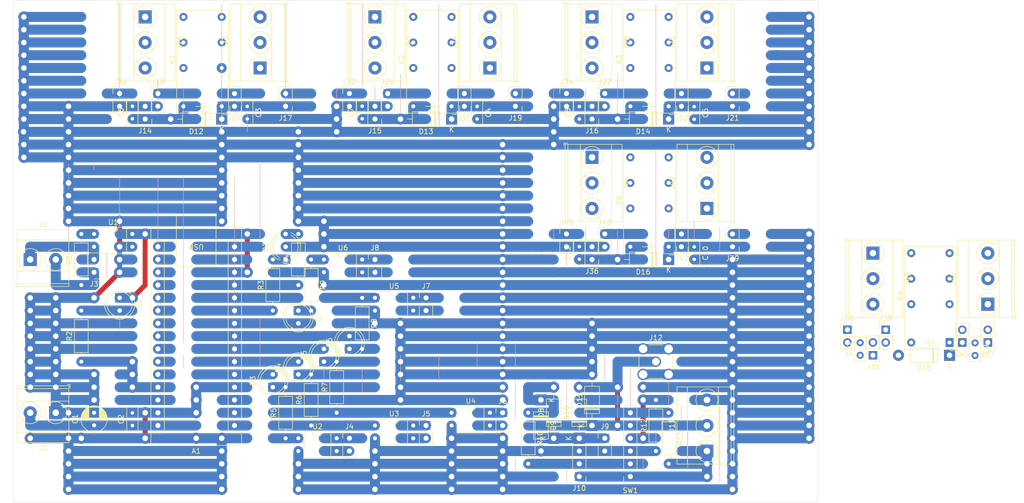
<source format=kicad_pcb>
(kicad_pcb (version 20221018) (generator pcbnew)
  (layers (0 "F.Cu" signal) (31 "B.Cu" signal) (34 "B.Paste" user) (35 "F.Paste" user) (36 "B.SilkS" user "B.Silkscreen") (37 "F.SilkS" user "F.Silkscreen") (38 "B.Mask" user) (39 "F.Mask" user) (44 "Edge.Cuts" user))
  (net 0 "")
  (net 1 "unconnected-(A1-TX1-Pad1)")
  (net 2 "unconnected-(A1-RX1-Pad2)")
  (net 3 "unconnected-(A1-~{RESET}-Pad3)")
  (net 4 "GND")
  (net 5 "PREAMP")
  (net 6 "COAX_A")
  (net 7 "COAX_B")
  (net 8 "PA_PTT")
  (net 9 "TX_INHIBIT")
  (net 10 "RX_IND")
  (net 11 "unconnected-(A1-D8-Pad11)")
  (net 12 "TX_IND")
  (net 13 "Net-(A1-D10)")
  (net 14 "unconnected-(A1-MOSI-Pad14)")
  (net 15 "unconnected-(A1-MISO-Pad15)")
  (net 16 "unconnected-(A1-SCK-Pad16)")
  (net 17 "unconnected-(A1-3V3-Pad17)")
  (net 18 "unconnected-(A1-AREF-Pad18)")
  (net 19 "unconnected-(A1-A0-Pad19)")
  (net 20 "unconnected-(A1-A1-Pad20)")
  (net 21 "unconnected-(A1-A2-Pad21)")
  (net 22 "unconnected-(A1-A3-Pad22)")
  (net 23 "unconnected-(A1-SDA{slash}A4-Pad23)")
  (net 24 "unconnected-(A1-SCL{slash}A5-Pad24)")
  (net 25 "unconnected-(A1-A6-Pad25)")
  (net 26 "unconnected-(A1-A7-Pad26)")
  (net 27 "5V")
  (net 28 "unconnected-(A1-~{RESET}-Pad28)")
  (net 29 "VIN")
  (net 30 "OC_PREAMP")
  (net 31 "OC_COAX_A")
  (net 32 "OC_COAX_B")
  (net 33 "OC_PA_PTT")
  (net 34 "OC_TX_INHIBIT")
  (net 35 "Net-(D1-A)")
  (net 36 "Net-(J17-Pin_2)")
  (net 37 "TX_D")
  (net 38 "TX_GND")
  (net 39 "Net-(J24-Pin_1)")
  (net 40 "Net-(J24-Pin_3)")
  (net 41 "Net-(J25-Pin_1)")
  (net 42 "Net-(J25-Pin_3)")
  (net 43 "Net-(J39-Pin_2)")
  (net 44 "Net-(J43-Pin_1)")
  (net 45 "Net-(J43-Pin_3)")
  (net 46 "Net-(J44-Pin_1)")
  (net 47 "Net-(J44-Pin_2)")
  (net 48 "Net-(J44-Pin_3)")
  (net 49 "Net-(D3-K)")
  (net 50 "Net-(D4-K)")
  (net 51 "Net-(D5-K)")
  (net 52 "Net-(D6-K)")
  (net 53 "Net-(D7-K)")
  (net 54 "Net-(D8-A)")
  (net 55 "Net-(D10-A)")
  (net 56 "Net-(J4-Pin_2)")
  (net 57 "Net-(J5-Pin_2)")
  (net 58 "Net-(J6-Pin_2)")
  (net 59 "Net-(J7-Pin_2)")
  (net 60 "Net-(J8-Pin_2)")
  (net 61 "Net-(J10-Pin_2)")
  (net 62 "Net-(J19-Pin_2)")
  (net 63 "Net-(J21-Pin_2)")
  (net 64 "Net-(J23-Pin_1)")
  (net 65 "Net-(J23-Pin_3)")
  (net 66 "Net-(J26-Pin_1)")
  (net 67 "Net-(J26-Pin_2)")
  (net 68 "Net-(J26-Pin_3)")
  (net 69 "Net-(J27-Pin_1)")
  (net 70 "Net-(J27-Pin_2)")
  (net 71 "Net-(J27-Pin_3)")
  (net 72 "Net-(J28-Pin_1)")
  (net 73 "Net-(J28-Pin_2)")
  (net 74 "Net-(J28-Pin_3)")
  (net 75 "Net-(J37-Pin_2)")
  (net 76 "Net-(J41-Pin_1)")
  (net 77 "Net-(J41-Pin_3)")
  (net 78 "Net-(J42-Pin_1)")
  (net 79 "Net-(J42-Pin_3)")
  (net 80 "Net-(J43-Pin_2)")
  (net 81 "Net-(R1-Pad2)")
  (net 82 "Net-(D2-A1)")
  (net 83 "Net-(D2-A2)")
  (net 84 "Net-(R5-Pad1)")
  (net 85 "Net-(R6-Pad1)")
  (net 86 "Net-(R7-Pad1)")
  (net 87 "Net-(R8-Pad1)")
  (net 88 "Net-(R9-Pad1)")
  (net 89 "Net-(SW1B-C)")
  (net 90 "Net-(SW1B-A)")
  (footprint "TerminalBlock_Phoenix:TerminalBlock_Phoenix_MKDS-3-3-5.08_1x03_P5.08mm_Horizontal" (layer "F.Cu") (at 76.2 53.34 -90)
    (fp_text reference "J26")
    (fp_text value "1x3")
  )
  (footprint "TerminalBlock_Phoenix:TerminalBlock_Phoenix_MKDS-3-3-5.08_1x03_P5.08mm_Horizontal" (layer "F.Cu") (at 121.92 53.34 -90)
    (fp_text reference "J27")
    (fp_text value "1x3")
  )
  (footprint "Diode_THT:D_DO-41_SOD81_P10.16mm_Horizontal" (layer "F.Cu") (at 165.1 134.62 90)
    (fp_text reference "D11")
    (fp_text value "1N4001")
  )
  (footprint "Diode_THT:D_DO-41_SOD81_P10.16mm_Horizontal" (layer "F.Cu") (at 180.34 101.6 180)
    (fp_text reference "D16")
    (fp_text value "1N4001")
  )
  (footprint "Connector_PinHeader_2.54mm:PinHeader_1x02_P2.54mm_Vertical" (layer "F.Cu") (at 193.04 71.12 180)
    (fp_text reference "J21")
    (fp_text value "Conn_01x02")
  )
  (footprint "Resistor_THT:R_Axial_DIN0207_L6.3mm_D2.5mm_P10.16mm_Horizontal" (layer "F.Cu") (at 101.6 111.76 90)
    (fp_text reference "R3")
    (fp_text value "82R")
  )
  (footprint "TerminalBlock_Phoenix:TerminalBlock_Phoenix_MKDS-3-3-5.08_1x03_P5.08mm_Horizontal" (layer "F.Cu") (at 144.78 63.5 90)
    (fp_text reference "J24")
    (fp_text value "1x3")
  )
  (footprint "Connector_PinHeader_2.54mm:PinHeader_1x02_P2.54mm_Vertical" (layer "F.Cu") (at 182.88 71.12 180)
    (fp_text reference "J33")
    (fp_text value "Conn_01x02")
  )
  (footprint "TerminalBlock_Phoenix:TerminalBlock_Phoenix_MKDS-3-3-5.08_1x03_P5.08mm_Horizontal" (layer "F.Cu") (at 187.96 91.44 90)
    (fp_text reference "J42")
    (fp_text value "1x3")
  )
  (footprint "Connector_PinHeader_2.54mm:PinHeader_1x02_P2.54mm_Vertical" (layer "F.Cu") (at 78.74 68.58)
    (fp_text reference "J18")
    (fp_text value "Conn_01x02")
  )
  (footprint "Connector_PinHeader_2.54mm:PinHeader_1x02_P2.54mm_Vertical" (layer "F.Cu") (at 116.84 137.16)
    (fp_text reference "J4")
    (fp_text value "Conn_01x02")
  )
  (footprint "Connector_PinHeader_2.54mm:PinHeader_1x02_P2.54mm_Vertical" (layer "F.Cu") (at 104.14 71.125 180)
    (fp_text reference "J17")
    (fp_text value "Conn_01x02")
  )
  (footprint "TerminalBlock_Phoenix:TerminalBlock_Phoenix_MKDS-3-3-5.08_1x03_P5.08mm_Horizontal" (layer "F.Cu") (at 220.98 100.33 -90)
    (fp_text reference "J43")
    (fp_text value "1x3")
  )
  (footprint "Capacitor_THT:C_Rect_L4.6mm_W2.0mm_P2.50mm_MKS02_FKP02" (layer "F.Cu") (at 162.56 73.66 90)
    (fp_text reference "C8")
    (fp_text value "10n")
  )
  (footprint "TerminalBlock_Phoenix:TerminalBlock_Phoenix_MKDS-3-2-5.08_1x02_P5.08mm_Horizontal" (layer "F.Cu") (at 58.42 132.08 180)
    (fp_text reference "J1")
    (fp_text value "1x2")
  )
  (footprint "Connector_PinHeader_2.54mm:PinHeader_1x02_P2.54mm_Vertical" (layer "F.Cu") (at 215.9 115.57)
    (fp_text reference "J46")
    (fp_text value "Conn_01x02")
  )
  (footprint "Connector_PinHeader_2.54mm:PinHeader_1x02_P2.54mm_Vertical" (layer "F.Cu") (at 66.04 104.14 180)
    (fp_text reference "J3")
    (fp_text value "Conn_01x02")
  )
  (footprint "TerminalBlock_Phoenix:TerminalBlock_Phoenix_MKDS-3-2-5.08_1x02_P5.08mm_Horizontal" (layer "F.Cu") (at 53.34 101.6)
    (fp_text reference "J2")
    (fp_text value "Screw_Terminal_01x02")
  )
  (footprint "Connector_PinHeader_2.54mm:PinHeader_1x02_P2.54mm_Vertical" (layer "F.Cu") (at 139.7 71.12 180)
    (fp_text reference "J31")
    (fp_text value "Conn_01x02")
  )
  (footprint "Resistor_THT:R_Axial_DIN0207_L6.3mm_D2.5mm_P10.16mm_Horizontal" (layer "F.Cu") (at 180.34 132.08 -90)
    (fp_text reference "R11")
    (fp_text value "10k")
  )
  (footprint "Connector_PinHeader_2.54mm:PinHeader_1x03_P2.54mm_Vertical" (layer "F.Cu") (at 162.56 144.78 180)
    (fp_text reference "J10")
    (fp_text value "Conn_01x03")
  )
  (footprint "Relay_THT:Relay_DPDT_Finder_30.22" (layer "F.Cu") (at 180.34 99.06 90)
    (fp_text reference "K5")
    (fp_text value "FINDER-30.22")
  )
  (footprint "Relay_THT:Relay_DPDT_Finder_30.22" (layer "F.Cu") (at 236.22 118.11 90)
    (fp_text reference "K4")
    (fp_text value "FINDER-30.22")
  )
  (footprint "Connector_PinHeader_2.54mm:PinHeader_1x02_P2.54mm_Vertical" (layer "F.Cu") (at 220.98 120.65 180)
    (fp_text reference "J35")
    (fp_text value "Conn_01x02")
  )
  (footprint "Diode_THT:D_DO-41_SOD81_P10.16mm_Horizontal" (layer "F.Cu") (at 137.16 73.66 180)
    (fp_text reference "D13")
    (fp_text value "1N4001")
  )
  (footprint "Connector_PinHeader_2.54mm:PinHeader_1x02_P2.54mm_Vertical" (layer "F.Cu") (at 238.76 118.11 180)
    (fp_text reference "J45")
    (fp_text value "Conn_01x02")
  )
  (footprint "Package_DIP:DIP-4_W7.62mm" (layer "F.Cu") (at 137.16 132.08)
    (fp_text reference "U4")
    (fp_text value "PC817")
  )
  (footprint "Diode_THT:D_DO-41_SOD81_P10.16mm_Horizontal" (layer "F.Cu") (at 157.48 137.16 90)
    (fp_text reference "D8")
    (fp_text value "1N4001")
  )
  (footprint "Connector_PinHeader_2.54mm:PinHeader_1x02_P2.54mm_Vertical" (layer "F.Cu") (at 167.64 96.52)
    (fp_text reference "J40")
    (fp_text value "Conn_01x02")
  )
  (footprint "Connector_PinHeader_2.54mm:PinHeader_1x02_P2.54mm_Vertical" (layer "F.Cu") (at 160.02 96.52)
    (fp_text reference "J48")
    (fp_text value "Conn_01x02")
  )
  (footprint "Resistor_THT:R_Axial_DIN0207_L6.3mm_D2.5mm_P10.16mm_Horizontal" (layer "F.Cu") (at 177.8 139.7 90)
    (fp_text reference "R12")
    (fp_text value "10k")
  )
  (footprint "Capacitor_THT:C_Rect_L4.6mm_W2.0mm_P2.50mm_MKS02_FKP02" (layer "F.Cu") (at 218.44 120.65 90)
    (fp_text reference "C11")
    (fp_text value "10n")
  )
  (footprint "TerminalBlock_Phoenix:TerminalBlock_Phoenix_MKDS-3-3-5.08_1x03_P5.08mm_Horizontal" (layer "F.Cu") (at 165.1 81.28 -90)
    (fp_text reference "J44")
    (fp_text value "1x3")
  )
  (footprint "Resistor_THT:R_Axial_DIN0207_L6.3mm_D2.5mm_P10.16mm_Horizontal" (layer "F.Cu") (at 109.22 101.6 -90)
    (fp_text reference "R9")
    (fp_text value "82R")
  )
  (footprint "Connector_PinHeader_2.54mm:PinHeader_1x02_P2.54mm_Vertical" (layer "F.Cu") (at 121.92 101.6)
    (fp_text reference "J8")
    (fp_text value "Conn_01x02")
  )
  (footprint "Connector_PinHeader_2.54mm:PinHeader_1x02_P2.54mm_Vertical" (layer "F.Cu") (at 160.02 68.58)
    (fp_text reference "J34")
    (fp_text value "Conn_01x02")
  )
  (footprint "Capacitor_THT:C_Rect_L4.6mm_W2.0mm_P2.50mm_MKS02_FKP02" (layer "F.Cu") (at 241.3 118.19 -90)
    (fp_text reference "C9")
    (fp_text value "10n")
  )
  (footprint "Resistor_THT:R_Axial_DIN0207_L6.3mm_D2.5mm_P10.16mm_Horizontal" (layer "F.Cu") (at 104.14 137.16 90)
    (fp_text reference "R5")
    (fp_text value "82R")
  )
  (footprint "Connector_Coaxial:SMA_Amphenol_901-144_Vertical" (layer "F.Cu") (at 177.8 121.92)
    (fp_text reference "J12")
    (fp_text value "RCA")
  )
  (footprint "Package_DIP:DIP-4_W7.62mm" (layer "F.Cu") (at 121.92 109.22)
    (fp_text reference "U5")
    (fp_text value "PC817")
  )
  (footprint "Relay_THT:Relay_DPDT_Finder_30.22" (layer "F.Cu") (at 137.16 71.12 90)
    (fp_text reference "K2")
    (fp_text value "FINDER-30.22")
  )
  (footprint "Connector_PinHeader_2.54mm:PinHeader_1x02_P2.54mm_Vertical" (layer "F.Cu") (at 243.84 118.11 180)
    (fp_text reference "J37")
    (fp_text value "Conn_01x02")
  )
  (footprint "Connector_PinHeader_2.54mm:PinHeader_1x02_P2.54mm_Vertical" (layer "F.Cu") (at 76.2 73.66 180)
    (fp_text reference "J14")
    (fp_text value "Conn_01x02")
  )
  (footprint "Diode_THT:D_DO-41_SOD81_P10.16mm_Horizontal" (layer "F.Cu") (at 162.56 137.16 90)
    (fp_text reference "D10")
    (fp_text value "1N4001")
  )
  (footprint "Diode_THT:D_DO-41_SOD81_P10.16mm_Horizontal" (layer "F.Cu") (at 180.34 73.66 180)
    (fp_text reference "D14")
    (fp_text value "1N4001")
  )
  (footprint "Connector_PinHeader_2.54mm:PinHeader_1x02_P2.54mm_Vertical" (layer "F.Cu") (at 223.52 115.57)
    (fp_text reference "J38")
    (fp_text value "Conn_01x02")
  )
  (footprint "Resistor_THT:R_Axial_DIN0207_L6.3mm_D2.5mm_P10.16mm_Horizontal" (layer "F.Cu") (at 106.68 106.68 90)
    (fp_text reference "R4")
    (fp_text value "82R")
  )
  (footprint "Diode_THT:D_DO-41_SOD81_P10.16mm_Horizontal" (layer "F.Cu") (at 236.22 120.65 180)
    (fp_text reference "D15")
    (fp_text value "1N4001")
  )
  (footprint "LED_THT:LED_D5.0mm_Clear" (layer "F.Cu") (at 111.76 121.92 90)
    (fp_text reference "D5")
    (fp_text value "YE")
  )
  (footprint "Connector_PinHeader_2.54mm:PinHeader_1x02_P2.54mm_Vertical" (layer "F.Cu") (at 132.08 134.62)
    (fp_text reference "J5")
    (fp_text value "Conn_01x02")
  )
  (footprint "Connector_PinHeader_2.54mm:PinHeader_1x02_P2.54mm_Vertical" (layer "F.Cu") (at 132.08 109.22)
    (fp_text reference "J7")
    (fp_text value "Conn_01x02")
  )
  (footprint "Diode_THT:D_DO-41_SOD81_P10.16mm_Horizontal" (layer "F.Cu") (at 91.44 73.665 180)
    (fp_text reference "D12")
    (fp_text value "1N4001")
  )
  (footprint "Package_DIP:DIP-4_W7.62mm" (layer "F.Cu") (at 111.76 101.6)
    (fp_text reference "U6")
    (fp_text value "PC817")
  )
  (footprint "Connector_PinHeader_2.54mm:PinHeader_1x02_P2.54mm_Vertical" (layer "F.Cu") (at 149.86 71.12 180)
    (fp_text reference "J19")
    (fp_text value "Conn_01x02")
  )
  (footprint "Connector_PinHeader_2.54mm:PinHeader_1x02_P2.54mm_Vertical" (layer "F.Cu") (at 182.88 99.06 180)
    (fp_text reference "J47")
    (fp_text value "Conn_01x02")
  )
  (footprint "TerminalBlock_Phoenix:TerminalBlock_Phoenix_MKDS-3-3-5.08_1x03_P5.08mm_Horizontal" (layer "F.Cu") (at 187.96 139.7 90)
    (fp_text reference "J11")
    (fp_text value "1x3")
  )
  (footprint "Resistor_THT:R_Axial_DIN0207_L6.3mm_D2.5mm_P10.16mm_Horizontal" (layer "F.Cu") (at 152.4 132.08 -90)
    (fp_text reference "R10")
    (fp_text value "1k")
  )
  (footprint "Package_DIP:DIP-4_W7.62mm" (layer "F.Cu") (at 106.68 137.16)
    (fp_text reference "U2")
    (fp_text value "PC817")
  )
  (footprint "Capacitor_THT:CP_Radial_D5.0mm_P2.50mm" (layer "F.Cu") (at 66.04 134.58 90)
    (fp_text reference "C1")
    (fp_text value "100u")
  )
  (footprint "LED_THT:LED_D5.0mm_Clear" (layer "F.Cu") (at 106.68 111.76 -90)
    (fp_text reference "D7")
    (fp_text value "YE")
  )
  (footprint "LED_THT:LED_D5.0mm-3" (layer "F.Cu") (at 104.14 101.6 90)
    (fp_text reference "D2")
    (fp_text value "LED_Dual_AKA")
  )
  (footprint "Connector_PinHeader_2.54mm:PinHeader_1x02_P2.54mm_Vertical" (layer "F.Cu") (at 165.1 73.66 180)
    (fp_text reference "J16")
    (fp_text value "Conn_01x02")
  )
  (footprint "LED_THT:LED_D5.0mm_Clear" (layer "F.Cu") (at 71.12 109.22 -90)
    (fp_text reference "D1")
    (fp_text value "RD")
  )
  (footprint "Resistor_THT:R_Axial_DIN0207_L6.3mm_D2.5mm_P10.16mm_Horizontal" (layer "F.Cu") (at 63.5 121.92 90)
    (fp_text reference "R2")
    (fp_text value "150R")
  )
  (footprint "TerminalBlock_Phoenix:TerminalBlock_Phoenix_MKDS-3-3-5.08_1x03_P5.08mm_Horizontal" (layer "F.Cu") (at 165.1 53.34 -90)
    (fp_text reference "J28")
    (fp_text value "1x3")
  )
  (footprint "Capacitor_THT:C_Rect_L4.6mm_W2.0mm_P2.50mm_MKS02_FKP02" (layer "F.Cu") (at 185.42 99.08 -90)
    (fp_text reference "C10")
    (fp_text value "10n")
  )
  (footprint "Connector_PinHeader_2.54mm:PinHeader_1x02_P2.54mm_Vertical" (layer "F.Cu") (at 71.12 68.585)
    (fp_text reference "J30")
    (fp_text value "Conn_01x02")
  )
  (footprint "Relay_THT:Relay_DPDT_Finder_30.22" (layer "F.Cu") (at 91.44 71.125 90)
    (fp_text reference "K1")
    (fp_text value "FINDER-30.22")
  )
  (footprint "Capacitor_THT:C_Rect_L4.6mm_W2.0mm_P2.50mm_MKS02_FKP02" (layer "F.Cu") (at 119.38 73.6 90)
    (fp_text reference "C7")
    (fp_text value "10n")
  )
  (footprint "Connector_PinHeader_2.54mm:PinHeader_1x02_P2.54mm_Vertical" (layer "F.Cu") (at 193.04 99.06 180)
    (fp_text reference "J39")
    (fp_text value "Conn_01x02")
  )
  (footprint "LED_THT:LED_D5.0mm_Clear" (layer "F.Cu") (at 106.68 124.46 90)
    (fp_text reference "D4")
    (fp_text value "YE")
  )
  (footprint "Connector_PinSocket_2.54mm:PinSocket_1x06_P2.54mm_Vertical" (layer "F.Cu") (at 172.72 144.78 180)
    (fp_text reference "SW1")
    (fp_text value "SW_DPDT_x2")
  )
  (footprint "Connector_PinHeader_2.54mm:PinHeader_1x02_P2.54mm_Vertical" (layer "F.Cu") (at 147.32 132.08)
    (fp_text reference "J6")
    (fp_text value "Conn_01x02")
  )
  (footprint "Package_DIP:DIP-4_W7.62mm" (layer "F.Cu") (at 121.92 134.62)
    (fp_text reference "U3")
    (fp_text value "PC817")
  )
  (footprint "Capacitor_THT:C_Rect_L4.6mm_W2.0mm_P2.50mm_MKS02_FKP02" (layer "F.Cu") (at 73.66 73.605 90)
    (fp_text reference "C6")
    (fp_text value "10n")
  )
  (footprint "Connector_PinHeader_2.54mm:PinHeader_1x02_P2.54mm_Vertical" (layer "F.Cu") (at 124.46 68.58)
    (fp_text reference "J20")
    (fp_text value "Conn_01x02")
  )
  (footprint "Resistor_THT:R_Axial_DIN0207_L6.3mm_D2.5mm_P10.16mm_Horizontal" (layer "F.Cu") (at 114.3 132.08 90)
    (fp_text reference "R7")
    (fp_text value "82R")
  )
  (footprint "Connector_PinHeader_2.54mm:PinHeader_1x02_P2.54mm_Vertical" (layer "F.Cu") (at 116.84 68.58)
    (fp_text reference "J32")
    (fp_text value "Conn_01x02")
  )
  (footprint "Resistor_THT:R_Axial_DIN0207_L6.3mm_D2.5mm_P10.16mm_Horizontal" (layer "F.Cu") (at 109.22 134.62 90)
    (fp_text reference "R6")
    (fp_text value "82R")
  )
  (footprint "Relay_THT:Relay_DPDT_Finder_30.22" (layer "F.Cu") (at 180.34 71.12 90)
    (fp_text reference "K3")
    (fp_text value "FINDER-30.22")
  )
  (footprint "TerminalBlock_Phoenix:TerminalBlock_Phoenix_MKDS-3-3-5.08_1x03_P5.08mm_Horizontal" (layer "F.Cu") (at 187.96 63.5 90)
    (fp_text reference "J25")
    (fp_text value "1x3")
  )
  (footprint "Resistor_THT:R_Axial_DIN0207_L6.3mm_D2.5mm_P10.16mm_Horizontal" (layer "F.Cu") (at 119.38 109.22 -90)
    (fp_text reference "R8")
    (fp_text value "82R")
  )
  (footprint "Capacitor_THT:C_Rect_L4.6mm_W2.0mm_P2.50mm_MKS02_FKP02" (layer "F.Cu") (at 96.52 71.145 -90)
    (fp_text reference "C3")
    (fp_text value "10n")
  )
  (footprint "Module:Arduino_Nano" (layer "F.Cu") (at 93.98 134.62 180)
    (fp_text reference "A1")
    (fp_text value "Arduino_Nano_Every")
  )
  (footprint "TerminalBlock_Phoenix:TerminalBlock_Phoenix_MKDS-3-3-5.08_1x03_P5.08mm_Horizontal" (layer "F.Cu") (at 99.06 63.5 90)
    (fp_text reference "J23")
    (fp_text value "1x3")
  )
  (footprint "LED_THT:LED_D5.0mm_Clear" (layer "F.Cu") (at 101.6 127 90)
    (fp_text reference "D3")
    (fp_text value "YE")
  )
  (footprint "Connector_PinHeader_2.54mm:PinHeader_1x02_P2.54mm_Vertical" (layer "F.Cu") (at 167.64 137.16)
    (fp_text reference "J9")
    (fp_text value "Conn_01x02")
  )
  (footprint "Package_DIP:DIP-4_W7.62mm" (layer "F.Cu") (at 66.04 96.52)
    (fp_text reference "U1")
    (fp_text value "PC817")
  )
  (footprint "Capacitor_THT:C_Rect_L4.6mm_W2.0mm_P2.50mm_MKS02_FKP02" (layer "F.Cu") (at 142.24 71.14 -90)
    (fp_text reference "C4")
    (fp_text value "10n")
  )
  (footprint "Connector_PinHeader_2.54mm:PinHeader_1x02_P2.54mm_Vertical" (layer "F.Cu") (at 93.98 71.125 180)
    (fp_text reference "J29")
    (fp_text value "Conn_01x02")
  )
  (footprint "Connector_PinHeader_2.54mm:PinHeader_1x02_P2.54mm_Vertical" (layer "F.Cu") (at 121.92 73.66 180)
    (fp_text reference "J15")
    (fp_text value "Conn_01x02")
  )
  (footprint "Resistor_THT:R_Axial_DIN0207_L6.3mm_D2.5mm_P10.16mm_Horizontal" (layer "F.Cu") (at 63.5 106.68 90)
    (fp_text reference "R1")
    (fp_text value "680R")
  )
  (footprint "Diode_THT:D_DO-41_SOD81_P10.16mm_Horizontal" (layer "F.Cu") (at 154.94 129.54 -90)
    (fp_text reference "D9")
    (fp_text value "1N4001")
  )
  (footprint "Capacitor_THT:C_Rect_L4.6mm_W2.0mm_P2.50mm_MKS02_FKP02" (layer "F.Cu") (at 73.66 134.62 90)
    (fp_text reference "C2")
    (fp_text value "10n")
  )
  (footprint "Capacitor_THT:C_Rect_L4.6mm_W2.0mm_P2.50mm_MKS02_FKP02" (layer "F.Cu") (at 162.56 101.54 90)
    (fp_text reference "C12")
    (fp_text value "10n")
  )
  (footprint "TerminalBlock_Phoenix:TerminalBlock_Phoenix_MKDS-3-3-5.08_1x03_P5.08mm_Horizontal" (layer "F.Cu") (at 243.84 110.49 90)
    (fp_text reference "J41")
    (fp_text value "1x3")
  )
  (footprint "Capacitor_THT:C_Rect_L4.6mm_W2.0mm_P2.50mm_MKS02_FKP02" (layer "F.Cu") (at 185.42 71.2 -90)
    (fp_text reference "C5")
    (fp_text value "10n")
  )
  (footprint "Connector_PinHeader_2.54mm:PinHeader_1x02_P2.54mm_Vertical" (layer "F.Cu") (at 165.1 101.6 180)
    (fp_text reference "J36")
    (fp_text value "Conn_01x02")
  )
  (footprint "Connector_PinHeader_2.54mm:PinHeader_1x02_P2.54mm_Vertical" (layer "F.Cu") (at 167.64 68.58)
    (fp_text reference "J22")
    (fp_text value "Conn_01x02")
  )
  (footprint "LED_THT:LED_D5.0mm_Clear" (layer "F.Cu") (at 116.84 119.38 90)
    (fp_text reference "D6")
    (fp_text value "YE")
  )
  (gr_line (start 71.12 115.57) (end 71.12 113.03) (stroke (width 0.1)) (layer "B.SilkS"))
  (gr_line (start 170.18 100.33) (end 170.18 95.25) (stroke (width 0.1)) (layer "B.SilkS"))
  (gr_line (start 167.64 120.65) (end 167.64 125.73) (stroke (width 0.1)) (layer "B.SilkS"))
  (gr_line (start 68.58 105.41) (end 68.58 100.33) (stroke (width 0.1)) (layer "B.SilkS"))
  (gr_line (start 160.02 100.33) (end 160.02 102.87) (stroke (width 0.1)) (layer "B.SilkS"))
  (gr_line (start 121.92 69.85) (end 121.92 67.31) (stroke (width 0.1)) (layer "B.SilkS"))
  (gr_line (start 127 72.39) (end 127 64.77) (stroke (width 0.1)) (layer "B.SilkS"))
  (gr_line (start 99.06 82.55) (end 99.06 85.09) (stroke (width 0.1)) (layer "B.SilkS"))
  (gr_line (start 99.06 97.79) (end 99.06 85.09) (stroke (width 0.1)) (layer "B.SilkS"))
  (gr_line (start 170.18 72.39) (end 170.18 64.77) (stroke (width 0.1)) (layer "B.SilkS"))
  (gr_line (start 96.52 76.2) (end 96.52 72.39) (stroke (width 0.1)) (layer "B.SilkS"))
  (gr_line (start 185.42 97.79) (end 185.42 93.98) (stroke (width 0.1)) (layer "B.SilkS"))
  (gr_line (start 163.83 69.85) (end 163.83 67.31) (stroke (width 0.1)) (layer "B.SilkS"))
  (gr_line (start 83.82 123.19) (end 83.82 120.65) (stroke (width 0.1)) (layer "B.SilkS"))
  (gr_line (start 93.98 115.57) (end 93.98 123.19) (stroke (width 0.1)) (layer "B.SilkS"))
  (gr_line (start 119.38 123.19) (end 119.38 128.27) (stroke (width 0.1)) (layer "B.SilkS"))
  (gr_line (start 177.8 74.93) (end 177.8 50.8) (stroke (width 0.1)) (layer "B.SilkS"))
  (gr_line (start 142.24 118.11) (end 142.24 123.19) (stroke (width 0.1)) (layer "B.SilkS"))
  (gr_line (start 83.82 85.09) (end 83.82 118.11) (stroke (width 0.1)) (layer "B.SilkS"))
  (gr_line (start 180.34 130.81) (end 180.34 127) (stroke (width 0.1)) (layer "B.SilkS"))
  (gr_line (start 149.86 133.35) (end 149.86 125.73) (stroke (width 0.1)) (layer "B.SilkS"))
  (gr_line (start 157.48 95.25) (end 157.48 97.79) (stroke (width 0.1)) (layer "B.SilkS"))
  (gr_line (start 177.8 80.01) (end 177.8 97.79) (stroke (width 0.1)) (layer "B.SilkS"))
  (gr_line (start 60.96 87.63) (end 60.96 82.55) (stroke (width 0.1)) (layer "B.SilkS"))
  (gr_line (start 160.02 125.73) (end 160.02 133.35) (stroke (width 0.1)) (layer "B.SilkS"))
  (gr_line (start 180.34 97.79) (end 180.34 95.25) (stroke (width 0.1)) (layer "B.SilkS"))
  (gr_line (start 127 120.65) (end 127 125.73) (stroke (width 0.1)) (layer "B.SilkS"))
  (gr_line (start 160.02 143.51) (end 160.02 146.05) (stroke (width 0.1)) (layer "B.SilkS"))
  (gr_line (start 172.72 123.19) (end 172.72 130.81) (stroke (width 0.1)) (layer "B.SilkS"))
  (gr_line (start 157.48 69.85) (end 157.48 67.31) (stroke (width 0.1)) (layer "B.SilkS"))
  (gr_line (start 182.88 133.35) (end 182.88 130.81) (stroke (width 0.1)) (layer "B.SilkS"))
  (gr_line (start 60.96 97.79) (end 60.96 95.25) (stroke (width 0.1)) (layer "B.SilkS"))
  (gr_line (start 93.98 85.09) (end 93.98 113.03) (stroke (width 0.1)) (layer "B.SilkS"))
  (gr_line (start 78.74 115.57) (end 78.74 118.11) (stroke (width 0.1)) (layer "B.SilkS"))
  (gr_line (start 66.04 83.82) (end 66.04 82.55) (stroke (width 0.1)) (layer "B.SilkS"))
  (gr_line (start 175.26 140.97) (end 175.26 143.51) (stroke (width 0.1)) (layer "B.SilkS"))
  (gr_line (start 177.8 138.43) (end 177.8 135.89) (stroke (width 0.1)) (layer "B.SilkS"))
  (gr_line (start 180.34 127) (end 180.34 125.73) (stroke (width 0.1)) (layer "B.SilkS"))
  (gr_line (start 184.15 135.89) (end 184.15 143.51) (stroke (width 0.1)) (layer "B.SilkS"))
  (gr_line (start 99.06 113.03) (end 99.06 123.19) (stroke (width 0.1)) (layer "B.SilkS"))
  (gr_line (start 91.44 74.93) (end 91.44 50.8) (stroke (width 0.1)) (layer "B.SilkS"))
  (gr_line (start 114.3 67.31) (end 114.3 69.85) (stroke (width 0.1)) (layer "B.SilkS"))
  (gr_line (start 134.62 125.73) (end 134.62 120.65) (stroke (width 0.1)) (layer "B.SilkS"))
  (gr_line (start 111.76 123.19) (end 111.76 128.27) (stroke (width 0.1)) (layer "B.SilkS"))
  (gr_line (start 149.86 123.19) (end 149.86 118.11) (stroke (width 0.1)) (layer "B.SilkS"))
  (gr_line (start 190.5 100.33) (end 190.5 95.25) (stroke (width 0.1)) (layer "B.SilkS"))
  (gr_line (start 71.12 95.25) (end 71.12 85.09) (stroke (width 0.1)) (layer "B.SilkS"))
  (gr_line (start 134.62 74.93) (end 134.62 50.8) (stroke (width 0.1)) (layer "B.SilkS"))
  (gr_line (start 83.82 72.39) (end 83.82 67.31) (stroke (width 0.1)) (layer "B.SilkS"))
  (gr_line (start 190.5 146.05) (end 190.5 130.81) (stroke (width 0.1)) (layer "B.SilkS"))
  (gr_line (start 78.74 113.03) (end 78.74 85.09) (stroke (width 0.1)) (layer "B.SilkS"))
  (gr_line (start 149.86 140.97) (end 149.86 143.51) (stroke (width 0.1)) (layer "B.SilkS"))
  (gr_line (start 170.18 133.35) (end 170.18 128.27) (stroke (width 0.1)) (layer "B.SilkS"))
  (gr_line (start 78.74 69.85) (end 78.74 66.04) (stroke (width 0.1)) (layer "B.SilkS"))
  (gr_line (start 177.8 102.87) (end 177.8 97.79) (stroke (width 0.1)) (layer "B.SilkS"))
  (gr_line (start 104.14 72.39) (end 104.14 50.8) (stroke (width 0.1)) (layer "B.SilkS"))
  (gr_line (start 119.38 67.31) (end 119.38 50.8) (stroke (width 0.1)) (layer "B.SilkS"))
  (gr_line (start 71.12 69.85) (end 71.12 50.8) (stroke (width 0.1)) (layer "B.SilkS"))
  (gr_line (start 163.83 95.25) (end 163.83 97.79) (stroke (width 0.1)) (layer "B.SilkS"))
  (gr_rect locked (start 50 50) (end 210 150) (stroke (width 0.05)) (fill none) (layer "Edge.Cuts"))
  (segment (start 162.56 129.54) (end 170.18 129.54) (width 2) (layer "B.Cu") (net 0))
  (segment (start 93.98 134.62) (end 96.52 134.62) (width 2) (layer "B.Cu") (net 1))
  (segment (start 93.98 134.62) (end 91.44 134.62) (width 2) (layer "B.Cu") (net 1))
  (segment (start 93.98 132.08) (end 96.52 132.08) (width 2) (layer "B.Cu") (net 2))
  (segment (start 93.98 132.08) (end 91.44 132.08) (width 2) (layer "B.Cu") (net 2))
  (segment (start 93.98 129.54) (end 91.44 129.54) (width 2) (layer "B.Cu") (net 3))
  (segment (start 93.98 129.54) (end 96.52 129.54) (width 2) (layer "B.Cu") (net 3))
  (segment (start 71.12 104.14) (end 66.04 109.22) (width 1) (layer "F.Cu") (net 4))
  (segment (start 76.2 137.16) (end 76.2 132.08) (width 1) (layer "F.Cu") (net 4))
  (segment (start 71.12 99.06) (end 71.12 93.98) (width 1) (layer "F.Cu") (net 4))
  (via (at 60.96 88.9) (size 2.2) (drill 1.1) (layers "F.Cu" "B.Cu") (net 4))
  (via (at 52.07 63.5) (size 2.2) (drill 1.1) (layers "F.Cu" "B.Cu") (net 4))
  (via (at 121.92 144.78) (size 2.2) (drill 1.1) (layers "F.Cu" "B.Cu") (net 4))
  (via (at 52.07 53.34) (size 2.2) (drill 1.1) (layers "F.Cu" "B.Cu") (net 4))
  (via (at 157.48 78.74) (size 2.2) (drill 1.1) (layers "F.Cu" "B.Cu") (net 4))
  (via (at 91.44 91.44) (size 2.2) (drill 1.1) (layers "F.Cu" "B.Cu") (net 4))
  (via (at 147.32 119.38) (size 2.2) (drill 1.1) (layers "F.Cu" "B.Cu") (net 4))
  (via (at 147.32 129.54) (size 2.2) (drill 1.1) (layers "F.Cu" "B.Cu") (net 4))
  (via (at 147.32 96.52) (size 2.2) (drill 1.1) (layers "F.Cu" "B.Cu") (net 4))
  (via (at 193.04 114.3) (size 2.2) (drill 1.1) (layers "F.Cu" "B.Cu") (net 4))
  (via (at 147.32 114.3) (size 2.2) (drill 1.1) (layers "F.Cu" "B.Cu") (net 4))
  (via (at 58.42 114.3) (size 2.2) (drill 1.1) (layers "F.Cu" "B.Cu") (net 4))
  (via (at 208.28 104.14) (size 2.2) (drill 1.1) (layers "F.Cu" "B.Cu") (net 4))
  (via (at 208.28 109.22) (size 2.2) (drill 1.1) (layers "F.Cu" "B.Cu") (net 4))
  (via (at 60.96 137.16) (size 2.2) (drill 1.1) (layers "F.Cu" "B.Cu") (net 4))
  (via (at 106.68 81.28) (size 2.2) (drill 1.1) (layers "F.Cu" "B.Cu") (net 4))
  (via (at 147.32 88.9) (size 2.2) (drill 1.1) (layers "F.Cu" "B.Cu") (net 4))
  (via (at 60.96 142.24) (size 2.2) (drill 1.1) (layers "F.Cu" "B.Cu") (net 4))
  (via (at 193.04 104.14) (size 2.2) (drill 1.1) (layers "F.Cu" "B.Cu") (net 4))
  (via (at 114.3 71.12) (size 2.2) (drill 1.1) (layers "F.Cu" "B.Cu") (net 4))
  (via (at 52.07 55.88) (size 2.2) (drill 1.1) (layers "F.Cu" "B.Cu") (net 4))
  (via (at 147.32 144.78) (size 2.2) (drill 1.1) (layers "F.Cu" "B.Cu") (net 4))
  (via (at 208.28 124.46) (size 2.2) (drill 1.1) (layers "F.Cu" "B.Cu") (net 4))
  (via (at 91.44 76.2) (size 2.2) (drill 1.1) (layers "F.Cu" "B.Cu") (net 4))
  (via (at 60.96 83.82) (size 2.2) (drill 1.1) (layers "F.Cu" "B.Cu") (net 4))
  (via (at 193.04 147.32) (size 2.2) (drill 1.1) (layers "F.Cu" "B.Cu") (net 4))
  (via (at 58.42 121.92) (size 2.2) (drill 1.1) (layers "F.Cu" "B.Cu") (net 4))
  (via (at 60.96 132.08) (size 2.2) (drill 1.1) (layers "F.Cu" "B.Cu") (net 4))
  (via (at 193.04 142.24) (size 2.2) (drill 1.1) (layers "F.Cu" "B.Cu") (net 4))
  (via (at 193.04 116.84) (size 2.2) (drill 1.1) (layers "F.Cu" "B.Cu") (net 4))
  (via (at 111.76 99.06) (size 2.2) (drill 1.1) (layers "F.Cu" "B.Cu") (net 4))
  (via (at 60.96 76.2) (size 2.2) (drill 1.1) (layers "F.Cu" "B.Cu") (net 4))
  (via (at 165.1 121.92) (size 2.2) (drill 1.1) (layers "F.Cu" "B.Cu") (net 4))
  (via (at 111.76 96.52) (size 2.2) (drill 1.1) (layers "F.Cu" "B.Cu") (net 4))
  (via (at 165.1 116.84) (size 2.2) (drill 1.1) (layers "F.Cu" "B.Cu") (net 4))
  (via (at 147.32 81.28) (size 2.2) (drill 1.1) (layers "F.Cu" "B.Cu") (net 4))
  (via (at 193.04 121.92) (size 2.2) (drill 1.1) (layers "F.Cu" "B.Cu") (net 4))
  (via (at 208.28 55.88) (size 2.2) (drill 1.1) (layers "F.Cu" "B.Cu") (net 4))
  (via (at 66.04 127) (size 2.2) (drill 1.1) (layers "F.Cu" "B.Cu") (net 4))
  (via (at 91.44 81.28) (size 2.2) (drill 1.1) (layers "F.Cu" "B.Cu") (net 4))
  (via (at 86.36 132.08) (size 2.2) (drill 1.1) (layers "F.Cu" "B.Cu") (net 4))
  (via (at 147.32 111.76) (size 2.2) (drill 1.1) (layers "F.Cu" "B.Cu") (net 4))
  (via (at 76.2 137.16) (size 2.2) (drill 1.1) (layers "F.Cu" "B.Cu") (net 4))
  (via (at 58.42 124.46) (size 2.2) (drill 1.1) (layers "F.Cu" "B.Cu") (net 4))
  (via (at 193.04 144.78) (size 2.2) (drill 1.1) (layers "F.Cu" "B.Cu") (net 4))
  (via (at 58.42 109.22) (size 2.2) (drill 1.1) (layers "F.Cu" "B.Cu") (net 4))
  (via (at 121.92 142.24) (size 2.2) (drill 1.1) (layers "F.Cu" "B.Cu") (net 4))
  (via (at 147.32 147.32) (size 2.2) (drill 1.1) (layers "F.Cu" "B.Cu") (net 4))
  (via (at 71.12 99.06) (size 2.2) (drill 1.1) (layers "F.Cu" "B.Cu") (net 4))
  (via (at 106.68 144.78) (size 2.2) (drill 1.1) (layers "F.Cu" "B.Cu") (net 4))
  (via (at 66.04 109.22) (size 2.2) (drill 1.1) (layers "F.Cu" "B.Cu") (net 4))
  (via (at 147.32 106.68) (size 2.2) (drill 1.1) (layers "F.Cu" "B.Cu") (net 4))
  (via (at 52.07 66.04) (size 2.2) (drill 1.1) (layers "F.Cu" "B.Cu") (net 4))
  (via (at 208.28 63.5) (size 2.2) (drill 1.1) (layers "F.Cu" "B.Cu") (net 4))
  (via (at 91.44 83.82) (size 2.2) (drill 1.1) (layers "F.Cu" "B.Cu") (net 4))
  (via (at 53.34 127) (size 2.2) (drill 1.1) (layers "F.Cu" "B.Cu") (net 4))
  (via (at 147.32 121.92) (size 2.2) (drill 1.1) (layers "F.Cu" "B.Cu") (net 4))
  (via (at 127 127) (size 2.2) (drill 1.1) (layers "F.Cu" "B.Cu") (net 4))
  (via (at 208.28 68.58) (size 2.2) (drill 1.1) (layers "F.Cu" "B.Cu") (net 4))
  (via (at 193.04 111.76) (size 2.2) (drill 1.1) (layers "F.Cu" "B.Cu") (net 4))
  (via (at 147.32 109.22) (size 2.2) (drill 1.1) (layers "F.Cu" "B.Cu") (net 4))
  (via (at 91.44 86.36) (size 2.2) (drill 1.1) (layers "F.Cu" "B.Cu") (net 4))
  (via (at 86.36 129.54) (size 2.2) (drill 1.1) (layers "F.Cu" "B.Cu") (net 4))
  (via (at 76.2 132.08) (size 2.2) (drill 1.1) (layers "F.Cu" "B.Cu") (net 4))
  (via (at 147.32 91.44) (size 2.2) (drill 1.1) (layers "F.Cu" "B.Cu") (net 4))
  (via (at 137.16 144.78) (size 2.2) (drill 1.1) (layers "F.Cu" "B.Cu") (net 4))
  (via (at 147.32 101.6) (size 2.2) (drill 1.1) (layers "F.Cu" "B.Cu") (net 4))
  (via (at 208.28 132.08) (size 2.2) (drill 1.1) (layers "F.Cu" "B.Cu") (net 4))
  (via (at 52.07 78.74) (size 2.2) (drill 1.1) (layers "F.Cu" "B.Cu") (net 4))
  (via (at 127 129.54) (size 2.2) (drill 1.1) (layers "F.Cu" "B.Cu") (net 4))
  (via (at 53.34 109.22) (size 2.2) (drill 1.1) (layers "F.Cu" "B.Cu") (net 4))
  (via (at 58.42 111.76) (size 2.2) (drill 1.1) (layers "F.Cu" "B.Cu") (net 4))
  (via (at 147.32 137.16) (size 2.2) (drill 1.1) (layers "F.Cu" "B.Cu") (net 4))
  (via (at 208.28 66.04) (size 2.2) (drill 1.1) (layers "F.Cu" "B.Cu") (net 4))
  (via (at 193.04 124.46) (size 2.2) (drill 1.1) (layers "F.Cu" "B.Cu") (net 4))
  (via (at 165.1 119.38) (size 2.2) (drill 1.1) (layers "F.Cu" "B.Cu") (net 4))
  (via (at 147.32 99.06) (size 2.2) (drill 1.1) (layers "F.Cu" "B.Cu") (net 4))
  (via (at 147.32 93.98) (size 2.2) (drill 1.1) (layers "F.Cu" "B.Cu") (net 4))
  (via (at 127 119.38) (size 2.2) (drill 1.1) (layers "F.Cu" "B.Cu") (net 4))
  (via (at 91.44 78.74) (size 2.2) (drill 1.1) (layers "F.Cu" "B.Cu") (net 4))
  (via (at 86.36 137.16) (size 2.2) (drill 1.1) (layers "F.Cu" "B.Cu") (net 4))
  (via (at 106.68 86.36) (size 2.2) (drill 1.1) (layers "F.Cu" "B.Cu") (net 4))
  (via (at 175.26 127) (size 2.2) (drill 1.1) (layers "F.Cu" "B.Cu") (net 4))
  (via (at 60.96 91.44) (size 2.2) (drill 1.1) (layers "F.Cu" "B.Cu") (net 4))
  (via (at 147.32 124.46) (size 2.2) (drill 1.1) (layers "F.Cu" "B.Cu") (net 4))
  (via (at 111.76 106.68) (size 2.2) (drill 1.1) (layers "F.Cu" "B.Cu") (net 4))
  (via (at 147.32 127) (size 2.2) (drill 1.1) (layers "F.Cu" "B.Cu") (net 4))
  (via (at 53.34 121.92) (size 2.2) (drill 1.1) (layers "F.Cu" "B.Cu") (net 4))
  (via (at 137.16 142.24) (size 2.2) (drill 1.1) (layers "F.Cu" "B.Cu") (net 4))
  (via (at 60.96 73.66) (size 2.2) (drill 1.1) (layers "F.Cu" "B.Cu") (net 4))
  (via (at 60.96 81.28) (size 2.2) (drill 1.1) (layers "F.Cu" "B.Cu") (net 4))
  (via (at 53.34 114.3) (size 2.2) (drill 1.1) (layers "F.Cu" "B.Cu") (net 4))
  (via (at 137.16 137.16) (size 2.2) (drill 1.1) (layers "F.Cu" "B.Cu") (net 4))
  (via (at 91.44 139.7) (size 2.2) (drill 1.1) (layers "F.Cu" "B.Cu") (net 4))
  (via (at 52.07 71.12) (size 2.2) (drill 1.1) (layers "F.Cu" "B.Cu") (net 4))
  (via (at 53.34 119.38) (size 2.2) (drill 1.1) (layers "F.Cu" "B.Cu") (net 4))
  (via (at 127 124.46) (size 2.2) (drill 1.1) (layers "F.Cu" "B.Cu") (net 4))
  (via (at 111.76 93.98) (size 2.2) (drill 1.1) (layers "F.Cu" "B.Cu") (net 4))
  (via (at 52.07 60.96) (size 2.2) (drill 1.1) (layers "F.Cu" "B.Cu") (net 4))
  (via (at 106.68 88.9) (size 2.2) (drill 1.1) (layers "F.Cu" "B.Cu") (net 4))
  (via (at 127 114.3) (size 2.2) (drill 1.1) (layers "F.Cu" "B.Cu") (net 4))
  (via (at 60.96 93.98) (size 2.2) (drill 1.1) (layers "F.Cu" "B.Cu") (net 4))
  (via (at 157.48 71.12) (size 2.2) (drill 1.1) (layers "F.Cu" "B.Cu") (net 4))
  (via (at 121.92 139.7) (size 2.2) (drill 1.1) (layers "F.Cu" "B.Cu") (net 4))
  (via (at 208.28 101.6) (size 2.2) (drill 1.1) (layers "F.Cu" "B.Cu") (net 4))
  (via (at 58.42 127) (size 2.2) (drill 1.1) (layers "F.Cu" "B.Cu") (net 4))
  (via (at 193.04 132.08) (size 2.2) (drill 1.1) (layers "F.Cu" "B.Cu") (net 4))
  (via (at 208.28 106.68) (size 2.2) (drill 1.1) (layers "F.Cu" "B.Cu") (net 4))
  (via (at 127 116.84) (size 2.2) (drill 1.1) (layers "F.Cu" "B.Cu") (net 4))
  (via (at 53.34 137.16) (size 2.2) (drill 1.1) (layers "F.Cu" "B.Cu") (net 4))
  (via (at 137.16 147.32) (size 2.2) (drill 1.1) (layers "F.Cu" "B.Cu") (net 4))
  (via (at 208.28 116.84) (size 2.2) (drill 1.1) (layers "F.Cu" "B.Cu") (net 4))
  (via (at 193.04 127) (size 2.2) (drill 1.1) (layers "F.Cu" "B.Cu") (net 4))
  (via (at 52.07 68.58) (size 2.2) (drill 1.1) (layers "F.Cu" "B.Cu") (net 4))
  (via (at 147.32 78.74) (size 2.2) (drill 1.1) (layers "F.Cu" "B.Cu") (net 4))
  (via (at 53.34 124.46) (size 2.2) (drill 1.1) (layers "F.Cu" "B.Cu") (net 4))
  (via (at 157.48 73.66) (size 2.2) (drill 1.1) (layers "F.Cu" "B.Cu") (net 4))
  (via (at 53.34 111.76) (size 2.2) (drill 1.1) (layers "F.Cu" "B.Cu") (net 4))
  (via (at 60.96 78.74) (size 2.2) (drill 1.1) (layers "F.Cu" "B.Cu") (net 4))
  (via (at 208.28 137.16) (size 2.2) (drill 1.1) (layers "F.Cu" "B.Cu") (net 4))
  (via (at 106.68 83.82) (size 2.2) (drill 1.1) (layers "F.Cu" "B.Cu") (net 4))
  (via (at 114.285 73.645) (size 2.2) (drill 1.1) (layers "F.Cu" "B.Cu") (net 4))
  (via (at 91.44 142.24) (size 2.2) (drill 1.1) (layers "F.Cu" "B.Cu") (net 4))
  (via (at 91.44 88.9) (size 2.2) (drill 1.1) (layers "F.Cu" "B.Cu") (net 4))
  (via (at 208.28 99.06) (size 2.2) (drill 1.1) (layers "F.Cu" "B.Cu") (net 4))
  (via (at 208.28 71.12) (size 2.2) (drill 1.1) (layers "F.Cu" "B.Cu") (net 4))
  (via (at 193.04 106.68) (size 2.2) (drill 1.1) (layers "F.Cu" "B.Cu") (net 4))
  (via (at 60.96 144.78) (size 2.2) (drill 1.1) (layers "F.Cu" "B.Cu") (net 4))
  (via (at 71.12 93.98) (size 2.2) (drill 1.1) (layers "F.Cu" "B.Cu") (net 4))
  (via (at 193.04 129.54) (size 2.2) (drill 1.1) (layers "F.Cu" "B.Cu") (net 4))
  (via (at 60.96 86.36) (size 2.2) (drill 1.1) (layers "F.Cu" "B.Cu") (net 4))
  (via (at 52.009874 76.188313) (size 2.2) (drill 1.1) (layers "F.Cu" "B.Cu") (net 4))
  (via (at 208.28 111.76) (size 2.2) (drill 1.1) (layers "F.Cu" "B.Cu") (net 4))
  (via (at 106.68 147.32) (size 2.2) (drill 1.1) (layers "F.Cu" "B.Cu") (net 4))
  (via (at 60.96 147.32) (size 2.2) (drill 1.1) (layers "F.Cu" "B.Cu") (net 4))
  (via (at 127 121.92) (size 2.2) (drill 1.1) (layers "F.Cu" "B.Cu") (net 4))
  (via (at 208.28 60.96) (size 2.2) (drill 1.1) (layers "F.Cu" "B.Cu") (net 4))
  (via (at 106.68 78.74) (size 2.2) (drill 1.1) (layers "F.Cu" "B.Cu") (net 4))
  (via (at 121.92 147.32) (size 2.2) (drill 1.1) (layers "F.Cu" "B.Cu") (net 4))
  (via (at 86.36 127) (size 2.2) (drill 1.1) (layers "F.Cu" "B.Cu") (net 4))
  (via (at 208.28 119.38) (size 2.2) (drill 1.1) (layers "F.Cu" "B.Cu") (net 4))
  (via (at 208.28 127) (size 2.2) (drill 1.1) (layers "F.Cu" "B.Cu") (net 4))
  (via (at 71.12 101.6) (size 2.2) (drill 1.1) (layers "F.Cu" "B.Cu") (net 4))
  (via (at 53.34 116.84) (size 2.2) (drill 1.1) (layers "F.Cu" "B.Cu") (net 4))
  (via (at 208.28 96.52) (size 2.2) (drill 1.1) (layers "F.Cu" "B.Cu") (net 4))
  (via (at 208.28 121.92) (size 2.2) (drill 1.1) (layers "F.Cu" "B.Cu") (net 4))
  (via (at 106.68 93.98) (size 2.2) (drill 1.1) (layers "F.Cu" "B.Cu") (net 4))
  (via (at 106.68 76.2) (size 2.2) (drill 1.1) (layers "F.Cu" "B.Cu") (net 4))
  (via (at 157.48 76.2) (size 2.2) (drill 1.1) (layers "F.Cu" "B.Cu") (net 4))
  (via (at 193.04 109.22) (size 2.2) (drill 1.1) (layers "F.Cu" "B.Cu") (net 4))
  (via (at 208.28 134.62) (size 2.2) (drill 1.1) (layers "F.Cu" "B.Cu") (net 4))
  (via (at 66.04 129.54) (size 2.2) (drill 1.1) (layers "F.Cu" "B.Cu") (net 4))
  (via (at 193.04 119.38) (size 2.2) (drill 1.1) (layers "F.Cu" "B.Cu") (net 4))
  (via (at 52.07 73.66) (size 2.2) (drill 1.1) (layers "F.Cu" "B.Cu") (net 4))
  (via (at 66.04 124.46) (size 2.2) (drill 1.1) (layers "F.Cu" "B.Cu") (net 4))
  (via (at 91.44 144.78) (size 2.2) (drill 1.1) (layers "F.Cu" "B.Cu") (net 4))
  (via (at 147.32 83.82) (size 2.2) (drill 1.1) (layers "F.Cu" "B.Cu") (net 4))
  (via (at 165.1 114.3) (size 2.2) (drill 1.1) (layers "F.Cu" "B.Cu") (net 4))
  (via (at 58.42 116.84) (size 2.2) (drill 1.1) (layers "F.Cu" "B.Cu") (net 4))
  (via (at 208.28 129.54) (size 2.2) (drill 1.1) (layers "F.Cu" "B.Cu") (net 4))
  (via (at 208.28 114.3) (size 2.2) (drill 1.1) (layers "F.Cu" "B.Cu") (net 4))
  (via (at 60.96 139.7) (size 2.2) (drill 1.1) (layers "F.Cu" "B.Cu") (net 4))
  (via (at 147.32 104.14) (size 2.2) (drill 1.1) (layers "F.Cu" "B.Cu") (net 4))
  (via (at 91.44 147.32) (size 2.2) (drill 1.1) (layers "F.Cu" "B.Cu") (net 4))
  (via (at 60.96 71.12) (size 2.2) (drill 1.1) (layers "F.Cu" "B.Cu") (net 4))
  (via (at 106.68 142.24) (size 2.2) (drill 1.1) (layers "F.Cu" "B.Cu") (net 4))
  (via (at 52.07 81.28) (size 2.2) (drill 1.1) (layers "F.Cu" "B.Cu") (net 4))
  (via (at 58.42 119.38) (size 2.2) (drill 1.1) (layers "F.Cu" "B.Cu") (net 4))
  (via (at 52.07 58.42) (size 2.2) (drill 1.1) (layers "F.Cu" "B.Cu") (net 4))
  (via (at 208.28 78.74) (size 2.2) (drill 1.1) (layers "F.Cu" "B.Cu") (net 4))
  (via (at 91.44 93.98) (size 2.2) (drill 1.1) (layers "F.Cu" "B.Cu") (net 4))
  (via (at 147.32 116.84) (size 2.2) (drill 1.1) (layers "F.Cu" "B.Cu") (net 4))
  (via (at 193.04 137.16) (size 2.2) (drill 1.1) (layers "F.Cu" "B.Cu") (net 4))
  (via (at 63.5 137.16) (size 2.2) (drill 1.1) (layers "F.Cu" "B.Cu") (net 4))
  (via (at 147.32 86.36) (size 2.2) (drill 1.1) (layers "F.Cu" "B.Cu") (net 4))
  (via (at 137.16 139.7) (size 2.2) (drill 1.1) (layers "F.Cu" "B.Cu") (net 4))
  (via (at 208.28 53.34) (size 2.2) (drill 1.1) (layers "F.Cu" "B.Cu") (net 4))
  (via (at 71.12 104.14) (size 2.2) (drill 1.1) (layers "F.Cu" "B.Cu") (net 4))
  (via (at 208.28 58.42) (size 2.2) (drill 1.1) (layers "F.Cu" "B.Cu") (net 4))
  (via (at 147.32 139.7) (size 2.2) (drill 1.1) (layers "F.Cu" "B.Cu") (net 4))
  (via (at 121.92 114.3) (size 2.2) (drill 1.1) (layers "F.Cu" "B.Cu") (net 4))
  (via (at 193.04 101.6) (size 2.2) (drill 1.1) (layers "F.Cu" "B.Cu") (net 4))
  (via (at 208.28 76.2) (size 2.2) (drill 1.1) (layers "F.Cu" "B.Cu") (net 4))
  (via (at 208.28 73.66) (size 2.2) (drill 1.1) (layers "F.Cu" "B.Cu") (net 4))
  (via (at 193.04 134.62) (size 2.2) (drill 1.1) (layers "F.Cu" "B.Cu") (net 4))
  (via (at 147.32 142.24) (size 2.2) (drill 1.1) (layers "F.Cu" "B.Cu") (net 4))
  (via (at 91.44 137.16) (size 2.2) (drill 1.1) (layers "F.Cu" "B.Cu") (net 4))
  (via (at 114.3 76.2) (size 2.2) (drill 1.1) (layers "F.Cu" "B.Cu") (net 4))
  (via (at 106.68 91.44) (size 2.2) (drill 1.1) (layers "F.Cu" "B.Cu") (net 4))
  (via (at 193.04 139.7) (size 2.2) (drill 1.1) (layers "F.Cu" "B.Cu") (net 4))
  (segment (start 157.48 71.12) (end 157.48 78.74) (width 2) (layer "B.Cu") (net 4))
  (segment (start 66.04 129.54) (end 63.5 129.54) (width 2) (layer "B.Cu") (net 4))
  (segment (start 58.42 129.54) (end 58.42 132.08) (width 2) (layer "B.Cu") (net 4))
  (segment (start 208.28 132.08) (end 193.04 132.08) (width 2) (layer "B.Cu") (net 4))
  (segment (start 106.68 81.28) (end 147.32 81.28) (width 2) (layer "B.Cu") (net 4))
  (segment (start 147.32 96.52) (end 111.76 96.52) (width 2) (layer "B.Cu") (net 4))
  (segment (start 172.72 139.7) (end 167.64 139.7) (width 2) (layer "B.Cu") (net 4))
  (segment (start 52.07 63.5) (end 63.5 63.5) (width 2) (layer "B.Cu") (net 4))
  (segment (start 137.16 147.32) (end 121.92 147.32) (width 2) (layer "B.Cu") (net 4))
  (segment (start 157.48 71.12) (end 167.64 71.12) (width 2) (layer "B.Cu") (net 4))
  (segment (start 187.96 101.6) (end 185.42 101.6) (width 2) (layer "B.Cu") (net 4))
  (segment (start 91.44 83.82) (end 91.44 76.2) (width 2) (layer "B.Cu") (net 4))
  (segment (start 147.32 81.28) (end 152.4 81.28) (width 2) (layer "B.Cu") (net 4))
  (segment (start 60.96 81.28) (end 52.07 81.28) (width 2) (layer "B.Cu") (net 4))
  (segment (start 193.04 134.62) (end 193.04 137.16) (width 2) (layer "B.Cu") (net 4))
  (segment (start 60.96 132.08) (end 58.42 132.08) (width 2) (layer "B.Cu") (net 4))
  (segment (start 106.68 91.44) (end 147.32 91.44) (width 2) (layer "B.Cu") (net 4))
  (segment (start 114.3 71.12) (end 114.3 76.2) (width 2) (layer "B.Cu") (net 4))
  (segment (start 71.12 101.6) (end 71.12 104.14) (width 1) (layer "B.Cu") (net 4))
  (segment (start 147.32 124.46) (end 127 124.46) (width 2) (layer "B.Cu") (net 4))
  (segment (start 193.04 101.6) (end 187.96 101.6) (width 2) (layer "B.Cu") (net 4))
  (segment (start 121.92 144.78) (end 157.48 144.78) (width 2) (layer "B.Cu") (net 4))
  (segment (start 165.1 124.46) (end 165.1 121.92) (width 2) (layer "B.Cu") (net 4))
  (segment (start 63.5 129.54) (end 58.42 129.54) (width 2) (layer "B.Cu") (net 4))
  (segment (start 193.04 147.32) (end 147.32 147.32) (width 2) (layer "B.Cu") (net 4))
  (segment (start 208.28 127) (end 193.04 127) (width 2) (layer "B.Cu") (net 4))
  (segment (start 147.32 83.82) (end 106.68 83.82) (width 2) (layer "B.Cu") (net 4))
  (segment (start 60.96 88.9) (end 91.44 88.9) (width 2) (layer "B.Cu") (net 4))
  (segment (start 111.76 93.98) (end 106.68 93.98) (width 2) (layer "B.Cu") (net 4))
  (segment (start 76.2 137.16) (end 63.5 137.16) (width 2) (layer "B.Cu") (net 4))
  (segment (start 52.07 60.96) (end 63.5 60.96) (width 2) (layer "B.Cu") (net 4))
  (segment (start 121.92 139.7) (end 121.92 137.16) (width 2) (layer "B.Cu") (net 4))
  (segment (start 157.48 76.2) (end 52.021561 76.2) (width 2) (layer "B.Cu") (net 4))
  (segment (start 208.28 111.76) (end 193.04 111.76) (width 2) (layer "B.Cu") (net 4))
  (segment (start 208.28 73.66) (end 208.28 53.34) (width 2) (layer "B.Cu") (net 4))
  (segment (start 111.76 93.98) (end 111.76 96.52) (width 2) (layer "B.Cu") (net 4))
  (segment (start 208.28 124.46) (end 208.28 121.92) (width 2) (layer "B.Cu") (net 4))
  (segment (start 106.68 147.32) (end 106.68 144.78) (width 2) (layer "B.Cu") (net 4))
  (segment (start 60.96 147.32) (end 91.44 147.32) (width 2) (layer "B.Cu") (net 4))
  (segment (start 165.1 114.3) (end 193.04 114.3) (width 2) (layer "B.Cu") (net 4))
  (segment (start 52.07 81.28) (end 52.07 53.34) (width 2) (layer "B.Cu") (net 4))
  (segment (start 154.94 99.06) (end 157.48 99.06) (width 2) (layer "B.Cu") (net 4))
  (segment (start 208.28 116.84) (end 208.28 114.3) (width 2) (layer "B.Cu") (net 4))
  (segment (start 137.16 142.24) (end 137.16 139.7) (width 2) (layer "B.Cu") (net 4))
  (segment (start 96.52 73.645) (end 114.285 73.645) (width 2) (layer "B.Cu") (net 4))
  (segment (start 208.28 58.42) (end 200.66 58.42) (width 2) (layer "B.Cu") (net 4))
  (segment (start 52.07 73.66) (end 68.58 73.66) (width 2) (layer "B.Cu") (net 4))
  (segment (start 193.04 124.46) (end 208.28 124.46) (width 2) (layer "B.Cu") (net 4))
  (segment (start 111.76 99.06) (end 104.14 99.06) (width 2) (layer "B.Cu") (net 4))
  (segment (start 185.42 104.14) (end 157.48 104.14) (width 2) (layer "B.Cu") (net 4))
  (segment (start 187.96 104.14) (end 185.42 104.14) (width 2) (layer "B.Cu") (net 4))
  (segment (start 60.96 137.16) (end 60.96 147.32) (width 2) (layer "B.Cu") (net 4))
  (segment (start 53.34 109.22) (end 66.04 109.22) (width 2) (layer "B.Cu") (net 4))
  (segment (start 66.04 124.46) (end 66.04 132.08) (width 2) (layer "B.Cu") (net 4))
  (segment (start 147.32 142.24) (end 147.32 139.7) (width 2) (layer "B.Cu") (net 4))
  (segment (start 106.68 83.82) (end 106.68 78.74) (width 2) (layer "B.Cu") (net 4))
  (segment (start 137.16 137.16) (end 137.16 134.62) (width 2) (layer "B.Cu") (net 4))
  (segment (start 208.28 129.54) (end 208.28 127) (width 2) (layer "B.Cu") (net 4))
  (segment (start 111.76 96.52) (end 111.76 99.06) (width 2) (layer "B.Cu") (net 4))
  (segment (start 208.28 55.88) (end 200.66 55.88) (width 2) (layer "B.Cu") (net 4))
  (segment (start 193.04 116.84) (end 165.1 116.84) (width 2) (layer "B.Cu") (net 4))
  (segment (start 208.28 134.62) (end 193.04 134.62) (width 2) (layer "B.Cu") (net 4))
  (segment (start 175.26 119.38) (end 165.1 119.38) (width 2) (layer "B.Cu") (net 4))
  (segment (start 147.32 106.68) (end 193.04 106.68) (width 2) (layer "B.Cu") (net 4))
  (segment (start 121.92 147.32) (end 121.92 139.7) (width 2) (layer "B.Cu") (net 4))
  (segment (start 208.28 68.58) (end 200.66 68.58) (width 2) (layer "B.Cu") (net 4))
  (segment (start 147.32 88.9) (end 106.68 88.9) (width 2) (layer "B.Cu") (net 4))
  (segment (start 71.12 101.6) (end 73.66 101.6) (width 2) (layer "B.Cu") (net 4))
  (segment (start 165.1 99.06) (end 167.64 99.06) (width 2) (layer "B.Cu") (net 4))
  (segment (start 147.32 86.36) (end 152.4 86.36) (width 2) (layer "B.Cu") (net 4))
  (segment (start 53.34 114.3) (end 73.66 114.3) (width 2) (layer "B.Cu") (net 4))
  (segment (start 52.07 55.88) (end 63.5 55.88) (width 2) (layer "B.Cu") (net 4))
  (segment (start 60.96 137.16) (end 53.34 137.16) (width 2) (layer "B.Cu") (net 4))
  (segment (start 208.28 96.52) (end 200.66 96.52) (width 2) (layer "B.Cu") (net 4))
  (segment (start 208.28 76.2) (end 157.48 76.2) (width 2) (layer "B.Cu") (net 4))
  (segment (start 157.48 78.74) (end 52.07 78.74) (width 2) (layer "B.Cu") (net 4))
  (segment (start 147.32 119.38) (end 127 119.38) (width 2) (layer "B.Cu") (net 4))
  (segment (start 86.36 127) (end 86.36 129.54) (width 2) (layer "B.Cu") (net 4))
  (segment (start 53.34 116.84) (end 73.66 116.84) (width 2) (layer "B.Cu") (net 4))
  (segment (start 53.34 119.38) (end 73.66 119.38) (width 2) (layer "B.Cu") (net 4))
  (segment (start 53.34 124.46) (end 66.04 124.46) (width 2) (layer "B.Cu") (net 4))
  (segment (start 60.96 81.28) (end 106.68 81.28) (width 2) (layer "B.Cu") (net 4))
  (segment (start 193.04 109.22) (end 208.28 109.22) (width 2) (layer "B.Cu") (net 4))
  (segment (start 208.28 78.74) (end 157.48 78.74) (width 2) (layer "B.Cu") (net 4))
  (segment (start 52.07 53.34) (end 63.5 53.34) (width 2) (layer "B.Cu") (net 4))
  (segment (start 193.04 111.76) (end 147.32 111.76) (width 2) (layer "B.Cu") (net 4))
  (segment (start 193.04 127) (end 175.26 127) (width 2) (layer "B.Cu") (net 4))
  (segment (start 121.92 114.3) (end 114.3 114.3) (width 2) (layer "B.Cu") (net 4))
  (segment (start 111.76 104.14) (end 111.76 106.68) (width 2) (layer "B.Cu") (net 4))
  (segment (start 193.04 144.78) (end 193.04 147.32) (width 2) (layer "B.Cu") (net 4))
  (segment (start 208.28 78.74) (end 208.28 73.66) (width 2) (layer "B.Cu") (net 4))
  (segment (start 121.92 111.76) (end 121.92 114.3) (width 2) (layer "B.Cu") (net 4))
  (segment (start 208.28 119.38) (end 208.28 116.84) (width 2) (layer "B.Cu") (net 4))
  (segment (start 53.34 111.76) (end 58.42 111.76) (width 2) (layer "B.Cu") (net 4))
  (segment (start 208.28 60.96) (end 201.93 60.96) (width 2) (layer "B.Cu") (net 4))
  (segment (start 162.56 139.7) (end 154.94 139.7) (width 2) (layer "B.Cu") (net 4))
  (segment (start 208.28 121.92) (end 208.28 119.38) (width 2) (layer "B.Cu") (net 4))
  (segment (start 185.42 129.54) (end 193.04 129.54) (width 2) (layer "B.Cu") (net 4))
  (segment (start 165.1 116.84) (end 127 116.84) (width 2) (layer "B.Cu") (net 4))
  (segment (start 93.98 127) (end 86.36 127) (width 2) (layer "B.Cu") (net 4))
  (segment (start 201.93 60.96) (end 200.66 60.96) (width 2) (layer "B.Cu") (net 4))
  (segment (start 106.68 144.78) (end 106.68 142.24) (width 2) (layer "B.Cu") (net 4))
  (segment (start 208.28 116.84) (end 193.04 116.84) (width 2) (layer "B.Cu") (net 4))
  (segment (start 121.92 142.24) (end 106.68 142.24) (width 2) (layer "B.Cu") (net 4))
  (segment (start 71.12 93.98) (end 60.96 93.98) (width 2) (layer "B.Cu") (net 4))
  (segment (start 111.76 104.14) (end 101.6 104.14) (width 2) (layer "B.Cu") (net 4))
  (segment (start 193.04 139.7) (end 193.04 142.24) (width 2) (layer "B.Cu") (net 4))
  (segment (start 208.28 53.34) (end 200.66 53.34) (width 2) (layer "B.Cu") (net 4))
  (segment (start 147.32 109.22) (end 193.04 109.22) (width 2) (layer "B.Cu") (net 4))
  (segment (start 72.45 132.08) (end 72.39 132.14) (width 0.2) (layer "B.Cu") (net 4))
  (segment (start 208.24 73.7) (end 208.28 73.66) (width 2) (layer "B.Cu") (net 4))
  (segment (start 142.24 73.64) (end 157.46 73.64) (width 2) (layer "B.Cu") (net 4))
  (segment (start 106.68 142.24) (end 106.68 139.7) (width 2) (layer "B.Cu") (net 4))
  (segment (start 91.44 137.16) (end 86.36 137.16) (width 2) (layer "B.Cu") (net 4))
  (segment (start 167.64 139.7) (end 162.56 139.7) (width 2) (layer "B.Cu") (net 4))
  (segment (start 200.66 99.06) (end 208.28 99.06) (width 2) (layer "B.Cu") (net 4))
  (segment (start 147.32 93.98) (end 111.76 93.98) (width 2) (layer "B.Cu") (net 4))
  (segment (start 208.28 71.12) (end 200.66 71.12) (width 2) (layer "B.Cu") (net 4))
  (segment (start 147.32 91.44) (end 152.4 91.44) (width 2) (layer "B.Cu") (net 4))
  (segment (start 91.44 139.7) (end 60.96 139.7) (width 2) (layer "B.Cu") (net 4))
  (segment (start 127 129.54) (end 147.32 129.54) (width 2) (layer "B.Cu") (net 4))
  (segment (start 147.32 139.7) (end 147.32 137.16) (width 2) (layer "B.Cu") (net 4))
  (segment (start 160.02 99.06) (end 162.56 99.06) (width 2) (layer "B.Cu") (net 4))
  (segment (start 165.1 119.38) (end 147.32 119.38) (width 2) (layer "B.Cu") (net 4))
  (segment (start 121.92 114.3) (end 147.32 114.3) (width 2) (layer "B.Cu") (net 4))
  (segment (start 162.56 99.06) (end 165.1 99.06) (width 2) (layer "B.Cu") (net 4))
  (segment (start 147.32 139.7) (end 121.92 139.7) (width 2) (layer "B.Cu") (net 4))
  (segment (start 73.66 99.06) (end 71.12 99.06) (width 2) (layer "B.Cu") (net 4))
  (segment (start 208.28 66.04) (end 200.66 66.04) (width 2) (layer "B.Cu") (net 4))
  (segment (start 175.26 119.38) (end 193.04 119.38) (width 2) (layer "B.Cu") (net 4))
  (segment (start 53.34 109.22) (end 53.34 127) (width 2) (layer "B.Cu") (net 4))
  (segment (start 147.32 114.3) (end 165.1 114.3) (width 2) (layer "B.Cu") (net 4))
  (segment (start 52.07 58.42) (end 63.5 58.42) (width 2) (layer "B.Cu") (net 4))
  (segment (start 114.285 73.645) (end 114.3 73.66) (width 2) (layer "B.Cu") (net 4))
  (segment (start 76.2 132.08) (end 60.96 132.08) (width 2) (layer "B.Cu") (net 4))
  (segment (start 185.42 73.7) (end 208.24 73.7) (width 2) (layer "B.Cu") (net 4))
  (segment (start 147.32 147.32) (end 147.32 144.78) (width 2) (layer "B.Cu") (net 4))
  (segment (start 193.04 106.68) (end 208.28 106.68) (width 2) (layer "B.Cu") (net 4))
  (segment (start 91.44 144.78) (end 60.96 144.78) (width 2) (layer "B.Cu") (net 4))
  (segment (start 193.04 142.24) (end 193.04 144.78) (width 2) (layer "B.Cu") (net 4))
  (segment (start 208.28 134.62) (end 208.28 132.08) (width 2) (layer "B.Cu") (net 4))
  (segment (start 208.28 127) (end 208.28 124.46) (width 2) (layer "B.Cu") (net 4))
  (segment (start 68.585 71.125) (end 68.58 71.12) (width 0.2) (layer "B.Cu") (net 4))
  (segment (start 147.32 93.98) (end 152.4 93.98) (width 2) (layer "B.Cu") (net 4))
  (segment (start 139.7 109.22) (end 147.32 109.22) (width 2) (layer "B.Cu") (net 4))
  (segment (start 208.28 137.16) (end 208.28 134.62) (width 2) (layer "B.Cu") (net 4))
  (segment (start 137.16 147.32) (end 137.16 144.78) (width 2) (layer "B.Cu") (net 4))
  (segment (start 157.48 104.14) (end 147.32 104.14) (width 2) (layer "B.Cu") (net 4))
  (segment (start 121.92 147.32) (end 106.68 147.32) (width 2) (layer "B.Cu") (net 4))
  (segment (start 208.28 104.14) (end 187.96 104.14) (width 2) (layer "B.Cu") (net 4))
  (segment (start 157.46 73.64) (end 157.48 73.66) (width 2) (layer "B.Cu") (net 4))
  (segment (start 165.1 121.92) (end 127 121.92) (width 2) (layer "B.Cu") (net 4))
  (segment (start 106.68 144.78) (end 121.92 144.78) (width 2) (layer "B.Cu") (net 4))
  (segment (start 58.42 109.22) (end 58.42 129.54) (width 2) (layer "B.Cu") (net 4))
  (segment (start 147.32 83.82) (end 152.4 83.82) (width 2) (layer "B.Cu") (net 4))
  (segment (start 208.28 137.16) (end 193.04 137.16) (width 2) (layer "B.Cu") (net 4))
  (segment (start 147.32 101.6) (end 129.54 101.6) (width 2) (layer "B.Cu") (net 4))
  (segment (start 52.07 71.12) (end 78.74 71.12) (width 2) (layer "B.Cu") (net 4))
  (segment (start 121.92 111.76) (end 114.3 111.76) (width 2) (layer "B.Cu") (net 4))
  (segment (start 193.04 137.16) (end 193.04 139.7) (width 2) (layer "B.Cu") (net 4))
  (segment (start 53.34 127) (end 66.04 127) (width 2) (layer "B.Cu") (net 4))
  (segment (start 60.96 91.44) (end 91.44 91.44) (width 2) (layer "B.Cu") (net 4))
  (segment (start 91.44 83.82) (end 91.44 93.98) (width 2) (layer "B.Cu") (net 4))
  (segment (start 86.36 129.54) (end 86.36 132.08) (width 2) (layer "B.Cu") (net 4))
  (segment (start 60.96 86.36) (end 91.44 86.36) (width 2) (layer "B.Cu") (net 4))
  (segment (start 175.26 124.46) (end 193.04 124.46) (width 2) (layer "B.Cu") (net 4))
  (segment (start 111.76 99.06) (end 152.4 99.06) (width 2) (layer "B.Cu") (net 4))
  (segment (start 106.68 93.98) (end 106.68 83.82) (width 2) (layer "B.Cu") (net 4))
  (segment (start 86.36 132.08) (end 76.2 132.08) (width 2) (layer "B.Cu") (net 4))
  (segment (start 193.04 129.54) (end 193.04 132.08) (width 2) (layer "B.Cu") (net 4))
  (segment (start 91.44 147.32) (end 91.44 137.16) (width 2) (layer "B.Cu") (net 4))
  (segment (start 165.1 121.92) (end 165.1 114.3) (width 2) (layer "B.Cu") (net 4))
  (segment (start 60.96 142.24) (end 91.44 142.24) (width 2) (layer "B.Cu") (net 4))
  (segment (start 193.04 119.38) (end 208.28 119.38) (width 2) (layer "B.Cu") (net 4))
  (segment (start 193.04 129.54) (end 193.04 102.87) (width 2) (layer "B.Cu") (net 4))
  (segment (start 106.68 86.36) (end 147.32 86.36) (width 2) (layer "B.Cu") (net 4))
  (segment (start 147.32 96.52) (end 152.4 96.52) (width 2) (layer "B.Cu") (net 4))
  (segment (start 147.32 101.6) (end 157.48 101.6) (width 2) (layer "B.Cu") (net 4))
  (segment (start 101.6 129.54) (end 127 129.54) (width 2) (layer "B.Cu") (net 4))
  (segment (start 52.021561 76.2) (end 52.009874 76.188313) (width 2) (layer "B.Cu") (net 4))
  (segment (start 147.32 147.32) (end 137.16 147.32) (width 2) (layer "B.Cu") (net 4))
  (segment (start 147.32 111.76) (end 139.7 111.76) (width 2) (layer "B.Cu") (net 4))
  (segment (start 208.28 121.92) (end 193.04 121.92) (width 2) (layer "B.Cu") (net 4))
  (segment (start 137.16 139.7) (end 137.16 137.16) (width 2) (layer "B.Cu") (net 4))
  (segment (start 111.76 106.68) (end 147.32 106.68) (width 2) (layer "B.Cu") (net 4))
  (segment (start 193.04 121.92) (end 182.88 121.92) (width 2) (layer "B.Cu") (net 4))
  (segment (start 60.96 93.98) (end 60.96 81.28) (width 2) (layer "B.Cu") (net 4))
  (segment (start 127 114.3) (end 127 129.54) (width 2) (layer "B.Cu") (net 4))
  (segment (start 147.32 88.9) (end 152.4 88.9) (width 2) (layer "B.Cu") (net 4))
  (segment (start 193.04 132.08) (end 193.04 134.62) (width 2) (layer "B.Cu") (net 4))
  (segment (start 165.1 124.46) (end 147.32 124.46) (width 2) (layer "B.Cu") (net 4))
  (segment (start 72.33 132.08) (end 72.39 132.14) (width 0.2) (layer "B.Cu") (net 4))
  (segment (start 193.04 114.3) (end 208.28 114.3) (width 2) (layer "B.Cu") (net 4))
  (segment (start 53.34 121.92) (end 58.42 121.92) (width 2) (layer "B.Cu") (net 4))
  (segment (start 52.07 68.58) (end 63.5 68.58) (width 2) (layer "B.Cu") (net 4))
  (segment (start 124.46 71.12) (end 114.3 71.12) (width 2) (layer "B.Cu") (net 4))
  (segment (start 93.98 127) (end 96.52 127) (width 2) (layer "B.Cu") (net 4))
  (segment (start 208.28 114.3) (end 208.28 96.52) (width 2) (layer "B.Cu") (net 4))
  (segment (start 208.28 129.54) (end 193.04 129.54) (width 2) (layer "B.Cu") (net 4))
  (segment (start 177.8 139.7) (end 172.72 139.7) (width 2) (layer "B.Cu") (net 4))
  (segment (start 147.32 144.78) (end 147.32 142.24) (width 2) (layer "B.Cu") (net 4))
  (segment (start 129.54 104.14) (end 147.32 104.14) (width 2) (layer "B.Cu") (net 4))
  (segment (start 152.4 99.06) (end 154.94 99.06) (width 2) (layer "B.Cu") (net 4))
  (segment (start 60.96 83.82) (end 91.44 83.82) (width 2) (layer "B.Cu") (net 4))
  (segment (start 63.5 137.16) (end 60.96 137.16) (width 2) (layer "B.Cu") (net 4))
  (segment (start 137.16 137.16) (end 147.32 137.16) (width 2) (layer "B.Cu") (net 4))
  (segment (start 86.36 137.16) (end 76.2 137.16) (width 2) (layer "B.Cu") (net 4))
  (segment (start 208.28 101.6) (end 193.04 101.6) (width 2) (layer "B.Cu") (net 4))
  (segment (start 52.07 66.04) (end 63.5 66.04) (width 2) (layer "B.Cu") (net 4))
  (segment (start 71.12 99.06) (end 71.12 101.6) (width 1) (layer "B.Cu") (net 4))
  (segment (start 127 127) (end 147.32 127) (width 2) (layer "B.Cu") (net 4))
  (segment (start 208.28 132.08) (end 208.28 129.54) (width 2) (layer "B.Cu") (net 4))
  (segment (start 137.16 144.78) (end 137.16 142.24) (width 2) (layer "B.Cu") (net 4))
  (segment (start 60.96 81.28) (end 60.96 71.12) (width 2) (layer "B.Cu") (net 4))
  (segment (start 73.66 104.14) (end 71.12 104.14) (width 2) (layer "B.Cu") (net 4))
  (segment (start 208.28 63.5) (end 200.66 63.5) (width 2) (layer "B.Cu") (net 4))
  (segment (start 91.44 137.16) (end 96.52 137.16) (width 2) (layer "B.Cu") (net 4))
  (segment (start 147.32 142.24) (end 121.92 142.24) (width 2) (layer "B.Cu") (net 4))
  (segment (start 160.02 99.06) (end 157.48 99.06) (width 2) (layer "B.Cu") (net 4))
  (segment (start 154.94 139.7) (end 147.32 139.7) (width 2) (layer "B.Cu") (net 4))
  (segment (start 91.44 93.98) (end 71.12 93.98) (width 2) (layer "B.Cu") (net 4))
  (segment (start 101.6 124.46) (end 86.36 124.46) (width 2) (layer "B.Cu") (net 5))
  (segment (start 106.68 121.92) (end 86.36 121.92) (width 2) (layer "B.Cu") (net 6))
  (segment (start 111.76 119.38) (end 86.36 119.38) (width 2) (layer "B.Cu") (net 7))
  (segment (start 116.84 116.84) (end 121.92 116.84) (width 2) (layer "B.Cu") (net 8))
  (segment (start 116.84 116.84) (end 86.36 116.84) (width 2) (layer "B.Cu") (net 8))
  (segment (start 93.98 114.3) (end 86.36 114.3) (width 2) (layer "B.Cu") (net 9))
  (segment (start 93.98 114.3) (end 109.22 114.3) (width 2) (layer "B.Cu") (net 9))
  (segment (start 101.6 111.76) (end 86.36 111.76) (width 2) (layer "B.Cu") (net 10))
  (segment (start 93.98 109.22) (end 106.68 109.22) (width 2) (layer "B.Cu") (net 11))
  (segment (start 93.98 109.22) (end 86.36 109.22) (width 2) (layer "B.Cu") (net 11))
  (segment (start 106.68 106.68) (end 93.98 106.68) (width 2) (layer "B.Cu") (net 12))
  (segment (start 93.98 106.68) (end 86.36 106.68) (width 2) (layer "B.Cu") (net 12))
  (segment (start 96.52 96.52) (end 96.52 104.14) (width 1) (layer "F.Cu") (net 13))
  (segment (start 76.2 96.52) (end 76.2 106.68) (width 1) (layer "F.Cu") (net 13))
  (segment (start 76.2 106.68) (end 73.66 109.22) (width 1) (layer "F.Cu") (net 13))
  (via (at 96.52 104.14) (size 2.2) (drill 1.1) (layers "F.Cu" "B.Cu") (net 13))
  (via (at 73.66 109.22) (size 2.2) (drill 1.1) (layers "F.Cu" "B.Cu") (net 13))
  (via (at 76.2 96.52) (size 2.2) (drill 1.1) (layers "F.Cu" "B.Cu") (net 13))
  (via (at 96.52 96.52) (size 2.2) (drill 1.1) (layers "F.Cu" "B.Cu") (net 13))
  (segment (start 73.66 109.22) (end 71.12 109.22) (width 2) (layer "B.Cu") (net 13))
  (segment (start 76.2 96.52) (end 99.06 96.52) (width 2) (layer "B.Cu") (net 13))
  (segment (start 76.2 96.52) (end 71.12 96.52) (width 2) (layer "B.Cu") (net 13))
  (segment (start 93.98 104.14) (end 86.36 104.14) (width 2) (layer "B.Cu") (net 13))
  (segment (start 96.52 104.14) (end 93.98 104.14) (width 2) (layer "B.Cu") (net 13))
  (segment (start 93.98 101.6) (end 86.36 101.6) (width 2) (layer "B.Cu") (net 14))
  (segment (start 93.98 101.6) (end 96.52 101.6) (width 2) (layer "B.Cu") (net 14))
  (segment (start 93.98 99.06) (end 99.06 99.06) (width 2) (layer "B.Cu") (net 15))
  (segment (start 93.98 99.06) (end 86.36 99.06) (width 2) (layer "B.Cu") (net 15))
  (segment (start 78.74 99.06) (end 81.28 99.06) (width 2) (layer "B.Cu") (net 16))
  (segment (start 78.74 101.6) (end 81.28 101.6) (width 2) (layer "B.Cu") (net 17))
  (segment (start 78.74 104.14) (end 81.28 104.14) (width 2) (layer "B.Cu") (net 18))
  (segment (start 78.74 106.68) (end 81.28 106.68) (width 2) (layer "B.Cu") (net 19))
  (segment (start 78.74 109.22) (end 81.28 109.22) (width 2) (layer "B.Cu") (net 20))
  (segment (start 78.74 111.76) (end 81.28 111.76) (width 2) (layer "B.Cu") (net 21))
  (segment (start 78.74 114.3) (end 81.28 114.3) (width 2) (layer "B.Cu") (net 22))
  (segment (start 78.74 116.84) (end 81.28 116.84) (width 2) (layer "B.Cu") (net 23))
  (segment (start 78.74 119.38) (end 81.28 119.38) (width 2) (layer "B.Cu") (net 24))
  (segment (start 78.74 121.92) (end 81.28 121.92) (width 2) (layer "B.Cu") (net 25))
  (segment (start 78.74 124.46) (end 81.28 124.46) (width 2) (layer "B.Cu") (net 26))
  (via (at 73.66 124.46) (size 2.2) (drill 1.1) (layers "F.Cu" "B.Cu") (net 27))
  (via (at 73.66 121.92) (size 2.2) (drill 1.1) (layers "F.Cu" "B.Cu") (net 27))
  (via (at 73.66 127) (size 2.2) (drill 1.1) (layers "F.Cu" "B.Cu") (net 27))
  (segment (start 78.74 127) (end 71.12 127) (width 2) (layer "B.Cu") (net 27))
  (segment (start 78.74 127) (end 81.28 127) (width 2) (layer "B.Cu") (net 27))
  (segment (start 63.5 121.92) (end 73.66 121.92) (width 2) (layer "B.Cu") (net 27))
  (segment (start 73.66 124.46) (end 71.12 124.46) (width 2) (layer "B.Cu") (net 27))
  (segment (start 73.66 127) (end 73.66 121.92) (width 2) (layer "B.Cu") (net 27))
  (segment (start 71.12 129.54) (end 81.28 129.54) (width 2) (layer "B.Cu") (net 28))
  (via (at 187.96 142.24) (size 2.2) (drill 1.1) (layers "F.Cu" "B.Cu") (net 29))
  (via (at 187.96 144.78) (size 2.2) (drill 1.1) (layers "F.Cu" "B.Cu") (net 29))
  (segment (start 137.16 73.66) (end 137.16 71.12) (width 2) (layer "B.Cu") (net 29))
  (segment (start 93.98 71.125) (end 109.215 71.125) (width 2) (layer "B.Cu") (net 29))
  (segment (start 53.34 132.08) (end 53.34 134.62) (width 2) (layer "B.Cu") (net 29))
  (segment (start 187.96 144.78) (end 187.96 142.24) (width 2) (layer "B.Cu") (net 29))
  (segment (start 185.36 71.12) (end 185.42 71.18) (width 0.2) (layer "B.Cu") (net 29))
  (segment (start 195.58 71.12) (end 185.36 71.12) (width 2) (layer "B.Cu") (net 29))
  (segment (start 137.16 71.12) (end 152.4 71.12) (width 2) (layer "B.Cu") (net 29))
  (segment (start 180.34 142.24) (end 187.96 142.24) (width 2) (layer "B.Cu") (net 29))
  (segment (start 91.44 73.665) (end 91.44 71.125) (width 2) (layer "B.Cu") (net 29))
  (segment (start 72.41 134.62) (end 72.39 134.64) (width 0.2) (layer "B.Cu") (net 29))
  (segment (start 187.9 71.18) (end 187.96 71.12) (width 0.2) (layer "B.Cu") (net 29))
  (segment (start 180.34 71.12) (end 180.34 73.66) (width 2) (layer "B.Cu") (net 29))
  (segment (start 109.215 71.125) (end 109.22 71.12) (width 2) (layer "B.Cu") (net 29))
  (segment (start 162.56 144.78) (end 180.34 144.78) (width 2) (layer "B.Cu") (net 29))
  (segment (start 180.34 99.06) (end 182.88 99.06) (width 2) (layer "B.Cu") (net 29))
  (segment (start 180.34 144.78) (end 187.96 144.78) (width 2) (layer "B.Cu") (net 29))
  (segment (start 187.96 139.7) (end 182.88 139.7) (width 2) (layer "B.Cu") (net 29))
  (segment (start 182.88 71.12) (end 185.36 71.12) (width 2) (layer "B.Cu") (net 29))
  (segment (start 78.72 134.64) (end 78.74 134.62) (width 0.2) (layer "B.Cu") (net 29))
  (segment (start 72.33 134.58) (end 72.39 134.64) (width 0.2) (layer "B.Cu") (net 29))
  (segment (start 180.34 71.12) (end 182.88 71.12) (width 2) (layer "B.Cu") (net 29))
  (segment (start 182.88 99.06) (end 195.58 99.06) (width 2) (layer "B.Cu") (net 29))
  (segment (start 180.34 99.06) (end 180.34 101.6) (width 2) (layer "B.Cu") (net 29))
  (segment (start 187.96 142.24) (end 187.96 139.7) (width 2) (layer "B.Cu") (net 29))
  (segment (start 91.44 71.125) (end 93.98 71.125) (width 2) (layer "B.Cu") (net 29))
  (segment (start 53.34 134.62) (end 86.36 134.62) (width 2) (layer "B.Cu") (net 29))
  (segment (start 65.98 134.64) (end 66.04 134.58) (width 0.2) (layer "B.Cu") (net 29))
  (segment (start 86.355 71.125) (end 86.36 71.12) (width 2) (layer "B.Cu") (net 30))
  (segment (start 76.205 73.665) (end 76.2 73.66) (width 0.2) (layer "B.Cu") (net 30))
  (segment (start 83.815 73.665) (end 83.82 73.66) (width 2) (layer "B.Cu") (net 30))
  (segment (start 73.695 73.66) (end 73.66 73.625) (width 0.2) (layer "B.Cu") (net 30))
  (segment (start 114.3 137.16) (end 116.84 137.16) (width 2) (layer "B.Cu") (net 30))
  (segment (start 83.82 73.66) (end 83.82 71.125) (width 2) (layer "B.Cu") (net 30))
  (segment (start 81.28 73.665) (end 83.815 73.665) (width 2) (layer "B.Cu") (net 30))
  (segment (start 83.82 71.125) (end 86.355 71.125) (width 2) (layer "B.Cu") (net 30))
  (segment (start 86.355 73.665) (end 86.36 73.66) (width 2) (layer "B.Cu") (net 30))
  (segment (start 116.84 137.16) (end 119.38 137.16) (width 2) (layer "B.Cu") (net 30))
  (segment (start 76.2 73.66) (end 73.695 73.66) (width 2) (layer "B.Cu") (net 30))
  (segment (start 81.28 73.665) (end 76.205 73.665) (width 2) (layer "B.Cu") (net 30))
  (segment (start 114.3 137.16) (end 111.76 137.16) (width 2) (layer "B.Cu") (net 30))
  (segment (start 81.28 73.665) (end 86.355 73.665) (width 2) (layer "B.Cu") (net 30))
  (segment (start 121.92 73.66) (end 119.42 73.66) (width 2) (layer "B.Cu") (net 31))
  (segment (start 129.54 73.66) (end 127 73.66) (width 2) (layer "B.Cu") (net 31))
  (segment (start 129.54 134.62) (end 127 134.62) (width 2) (layer "B.Cu") (net 31))
  (segment (start 129.54 71.12) (end 129.54 73.66) (width 2) (layer "B.Cu") (net 31))
  (segment (start 127 73.66) (end 121.92 73.66) (width 2) (layer "B.Cu") (net 31))
  (segment (start 129.54 71.12) (end 132.08 71.12) (width 2) (layer "B.Cu") (net 31))
  (segment (start 127 73.66) (end 132.08 73.66) (width 2) (layer "B.Cu") (net 31))
  (segment (start 119.42 73.66) (end 119.38 73.62) (width 0.2) (layer "B.Cu") (net 31))
  (segment (start 129.54 134.62) (end 132.08 134.62) (width 2) (layer "B.Cu") (net 31))
  (segment (start 170.18 73.66) (end 175.26 73.66) (width 2) (layer "B.Cu") (net 32))
  (segment (start 170.18 73.66) (end 172.72 73.66) (width 2) (layer "B.Cu") (net 32))
  (segment (start 147.32 132.08) (end 142.24 132.08) (width 2) (layer "B.Cu") (net 32))
  (segment (start 165.1 73.66) (end 170.18 73.66) (width 2) (layer "B.Cu") (net 32))
  (segment (start 172.72 73.66) (end 172.72 71.12) (width 2) (layer "B.Cu") (net 32))
  (segment (start 165.08 73.68) (end 165.1 73.66) (width 0.2) (layer "B.Cu") (net 32))
  (segment (start 162.56 73.68) (end 165.08 73.68) (width 2) (layer "B.Cu") (net 32))
  (segment (start 172.72 71.12) (end 175.26 71.12) (width 2) (layer "B.Cu") (net 32))
  (segment (start 132.08 109.22) (end 134.62 109.22) (width 2) (layer "B.Cu") (net 33))
  (segment (start 129.54 109.22) (end 127 109.22) (width 2) (layer "B.Cu") (net 33))
  (segment (start 167.64 137.16) (end 152.4 137.16) (width 2) (layer "B.Cu") (net 33))
  (segment (start 129.54 109.22) (end 132.08 109.22) (width 2) (layer "B.Cu") (net 33))
  (segment (start 124.46 101.6) (end 116.84 101.6) (width 2) (layer "B.Cu") (net 34))
  (segment (start 172.72 101.6) (end 172.72 99.06) (width 2) (layer "B.Cu") (net 34))
  (segment (start 162.5 101.6) (end 162.56 101.54) (width 2) (layer "B.Cu") (net 34))
  (segment (start 172.72 99.06) (end 175.26 99.06) (width 2) (layer "B.Cu") (net 34))
  (segment (start 170.18 101.6) (end 172.72 101.6) (width 2) (layer "B.Cu") (net 34))
  (segment (start 165.1 101.6) (end 170.18 101.6) (width 2) (layer "B.Cu") (net 34))
  (segment (start 170.18 101.6) (end 175.26 101.6) (width 2) (layer "B.Cu") (net 34))
  (segment (start 165.06 101.56) (end 165.1 101.6) (width 0.2) (layer "B.Cu") (net 34))
  (segment (start 162.52 101.6) (end 162.56 101.56) (width 0.2) (layer "B.Cu") (net 34))
  (segment (start 162.56 101.56) (end 165.06 101.56) (width 2) (layer "B.Cu") (net 34))
  (segment (start 63.5 111.76) (end 73.66 111.76) (width 2) (layer "B.Cu") (net 35))
  (segment (start 91.435 63.5) (end 91.44 63.505) (width 2) (layer "B.Cu") (net 36))
  (segment (start 109.215 68.585) (end 109.22 68.58) (width 2) (layer "B.Cu") (net 36))
  (segment (start 104.14 68.585) (end 109.215 68.585) (width 2) (layer "B.Cu") (net 36))
  (segment (start 78.74 68.58) (end 86.36 68.58) (width 2) (layer "B.Cu") (net 36))
  (segment (start 66.04 104.14) (end 63.5 104.14) (width 2) (layer "B.Cu") (net 37))
  (segment (start 66.04 106.68) (end 66.04 104.14) (width 2) (layer "B.Cu") (net 37))
  (segment (start 58.42 106.68) (end 66.04 106.68) (width 2) (layer "B.Cu") (net 37))
  (segment (start 58.42 101.6) (end 58.42 106.68) (width 2) (layer "B.Cu") (net 37))
  (segment (start 66.04 101.6) (end 66.04 99.06) (width 2) (layer "B.Cu") (net 38))
  (segment (start 66.04 99.06) (end 53.34 99.06) (width 2) (layer "B.Cu") (net 38))
  (segment (start 66.04 101.6) (end 63.5 101.6) (width 2) (layer "B.Cu") (net 38))
  (segment (start 53.34 99.06) (end 53.34 101.6) (width 2) (layer "B.Cu") (net 38))
  (segment (start 193.04 96.52) (end 195.58 96.52) (width 2) (layer "B.Cu") (net 43))
  (segment (start 167.64 96.52) (end 175.26 96.52) (width 2) (layer "B.Cu") (net 43))
  (segment (start 182.88 96.52) (end 180.34 96.52) (width 2) (layer "B.Cu") (net 47))
  (segment (start 182.88 96.52) (end 187.96 96.52) (width 2) (layer "B.Cu") (net 47))
  (segment (start 160.02 96.52) (end 157.48 96.52) (width 2) (layer "B.Cu") (net 47))
  (segment (start 160.02 96.52) (end 162.56 96.52) (width 2) (layer "B.Cu") (net 47))
  (segment (start 101.6 127) (end 121.92 127) (width 2) (layer "B.Cu") (net 49))
  (segment (start 106.68 124.46) (end 121.92 124.46) (width 2) (layer "B.Cu") (net 50))
  (segment (start 111.76 121.92) (end 121.92 121.92) (width 2) (layer "B.Cu") (net 51))
  (segment (start 116.84 119.38) (end 121.92 119.38) (width 2) (layer "B.Cu") (net 52))
  (segment (start 109.22 111.76) (end 106.68 111.76) (width 2) (layer "B.Cu") (net 53))
  (segment (start 152.4 132.08) (end 157.48 132.08) (width 2) (layer "B.Cu") (net 54))
  (segment (start 152.4 127) (end 157.48 127) (width 2) (layer "B.Cu") (net 54))
  (segment (start 157.48 129.54) (end 152.4 129.54) (width 2) (layer "B.Cu") (net 54))
  (segment (start 157.48 132.08) (end 157.48 129.54) (width 2) (layer "B.Cu") (net 54))
  (segment (start 152.4 129.54) (end 152.4 127) (width 2) (layer "B.Cu") (net 54))
  (segment (start 170.18 134.62) (end 170.18 127) (width 1) (layer "F.Cu") (net 55))
  (via (at 170.18 134.62) (size 2.2) (drill 1.1) (layers "F.Cu" "B.Cu") (net 55))
  (via (at 170.18 127) (size 2.2) (drill 1.1) (layers "F.Cu" "B.Cu") (net 55))
  (segment (start 162.56 127) (end 170.18 127) (width 2) (layer "B.Cu") (net 55))
  (segment (start 170.18 127) (end 170.18 121.92) (width 2) (layer "B.Cu") (net 55))
  (segment (start 187.96 134.62) (end 152.4 134.62) (width 2) (layer "B.Cu") (net 55))
  (segment (start 177.8 121.92) (end 170.18 121.92) (width 2) (layer "B.Cu") (net 55))
  (segment (start 116.84 139.7) (end 114.3 139.7) (width 2) (layer "B.Cu") (net 56))
  (segment (start 114.3 139.7) (end 111.76 139.7) (width 2) (layer "B.Cu") (net 56))
  (segment (start 132.08 137.16) (end 127 137.16) (width 2) (layer "B.Cu") (net 57))
  (segment (start 147.32 134.62) (end 142.24 134.62) (width 2) (layer "B.Cu") (net 58))
  (segment (start 132.08 111.76) (end 134.62 111.76) (width 2) (layer "B.Cu") (net 59))
  (segment (start 129.54 111.76) (end 132.08 111.76) (width 2) (layer "B.Cu") (net 59))
  (segment (start 129.54 111.76) (end 127 111.76) (width 2) (layer "B.Cu") (net 59))
  (segment (start 121.92 104.14) (end 124.46 104.14) (width 2) (layer "B.Cu") (net 60))
  (segment (start 119.38 104.14) (end 116.84 104.14) (width 2) (layer "B.Cu") (net 60))
  (segment (start 121.92 104.14) (end 119.38 104.14) (width 2) (layer "B.Cu") (net 60))
  (segment (start 152.4 142.24) (end 175.26 142.24) (width 2) (layer "B.Cu") (net 61))
  (segment (start 149.86 68.58) (end 152.4 68.58) (width 2) (layer "B.Cu") (net 62))
  (segment (start 124.46 68.58) (end 132.08 68.58) (width 2) (layer "B.Cu") (net 62))
  (segment (start 193.04 68.58) (end 195.58 68.58) (width 2) (layer "B.Cu") (net 63))
  (segment (start 167.64 68.58) (end 175.26 68.58) (width 2) (layer "B.Cu") (net 63))
  (segment (start 73.655 68.585) (end 73.66 68.58) (width 2) (layer "B.Cu") (net 67))
  (segment (start 93.98 68.585) (end 91.445 68.585) (width 2) (layer "B.Cu") (net 67))
  (segment (start 71.12 68.585) (end 68.585 68.585) (width 2) (layer "B.Cu") (net 67))
  (segment (start 99.055 68.585) (end 99.06 68.58) (width 2) (layer "B.Cu") (net 67))
  (segment (start 68.585 68.585) (end 68.58 68.58) (width 2) (layer "B.Cu") (net 67))
  (segment (start 93.98 68.585) (end 99.055 68.585) (width 2) (layer "B.Cu") (net 67))
  (segment (start 91.445 68.585) (end 91.44 68.58) (width 2) (layer "B.Cu") (net 67))
  (segment (start 71.12 68.585) (end 73.655 68.585) (width 2) (layer "B.Cu") (net 67))
  (segment (start 116.84 68.58) (end 114.3 68.58) (width 2) (layer "B.Cu") (net 70))
  (segment (start 116.84 68.58) (end 119.38 68.58) (width 2) (layer "B.Cu") (net 70))
  (segment (start 139.7 68.58) (end 137.16 68.58) (width 2) (layer "B.Cu") (net 70))
  (segment (start 139.7 68.58) (end 144.78 68.58) (width 2) (layer "B.Cu") (net 70))
  (segment (start 182.88 68.58) (end 180.34 68.58) (width 2) (layer "B.Cu") (net 73))
  (segment (start 160.02 68.58) (end 162.56 68.58) (width 2) (layer "B.Cu") (net 73))
  (segment (start 182.88 68.58) (end 187.96 68.58) (width 2) (layer "B.Cu") (net 73))
  (segment (start 160.02 68.58) (end 157.48 68.58) (width 2) (layer "B.Cu") (net 73))
  (segment (start 66.04 96.52) (end 63.5 96.52) (width 2) (layer "B.Cu") (net 81))
  (segment (start 104.14 101.6) (end 101.6 101.6) (width 2) (layer "B.Cu") (net 82))
  (segment (start 106.68 96.52) (end 104.14 96.52) (width 2) (layer "B.Cu") (net 83))
  (segment (start 106.68 137.16) (end 101.6 137.16) (width 2) (layer "B.Cu") (net 84))
  (segment (start 109.22 134.62) (end 101.6 134.62) (width 2) (layer "B.Cu") (net 85))
  (segment (start 121.92 134.62) (end 109.22 134.62) (width 2) (layer "B.Cu") (net 85))
  (segment (start 137.16 132.08) (end 114.3 132.08) (width 2) (layer "B.Cu") (net 86))
  (segment (start 114.3 132.08) (end 101.6 132.08) (width 2) (layer "B.Cu") (net 86))
  (segment (start 119.38 109.22) (end 121.92 109.22) (width 2) (layer "B.Cu") (net 87))
  (segment (start 119.38 109.22) (end 111.76 109.22) (width 2) (layer "B.Cu") (net 87))
  (segment (start 111.76 101.6) (end 109.22 101.6) (width 2) (layer "B.Cu") (net 88))
  (segment (start 180.34 132.08) (end 162.56 132.08) (width 2) (layer "B.Cu") (net 89))
  (segment (start 175.26 129.54) (end 175.26 137.16) (width 1) (layer "F.Cu") (net 90))
  (via (at 175.26 129.54) (size 2.2) (drill 1.1) (layers "F.Cu" "B.Cu") (net 90))
  (via (at 175.26 137.16) (size 2.2) (drill 1.1) (layers "F.Cu" "B.Cu") (net 90))
  (segment (start 175.26 129.54) (end 180.34 129.54) (width 2) (layer "B.Cu") (net 90))
  (segment (start 172.72 137.16) (end 177.8 137.16) (width 2) (layer "B.Cu") (net 90))
)
</source>
